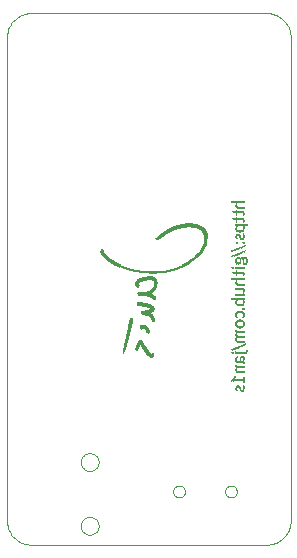
<source format=gbo>
G75*
G70*
%OFA0B0*%
%FSLAX24Y24*%
%IPPOS*%
%LPD*%
%AMOC8*
5,1,8,0,0,1.08239X$1,22.5*
%
%ADD10C,0.0000*%
%ADD11R,0.0003X0.0003*%
%ADD12R,0.0003X0.0008*%
%ADD13R,0.0003X0.0005*%
%ADD14R,0.0003X0.0015*%
%ADD15R,0.0003X0.0020*%
%ADD16R,0.0003X0.0010*%
%ADD17R,0.0003X0.0018*%
%ADD18R,0.0003X0.0067*%
%ADD19R,0.0003X0.0013*%
%ADD20R,0.0003X0.0045*%
%ADD21R,0.0003X0.0077*%
%ADD22R,0.0003X0.0030*%
%ADD23R,0.0003X0.0032*%
%ADD24R,0.0003X0.0022*%
%ADD25R,0.0003X0.0127*%
%ADD26R,0.0003X0.0140*%
%ADD27R,0.0003X0.0025*%
%ADD28R,0.0003X0.0043*%
%ADD29R,0.0003X0.0053*%
%ADD30R,0.0003X0.0088*%
%ADD31R,0.0003X0.0035*%
%ADD32R,0.0003X0.0055*%
%ADD33R,0.0003X0.0040*%
%ADD34R,0.0003X0.0080*%
%ADD35R,0.0003X0.0065*%
%ADD36R,0.0003X0.0090*%
%ADD37R,0.0003X0.0143*%
%ADD38R,0.0003X0.0248*%
%ADD39R,0.0003X0.0293*%
%ADD40R,0.0003X0.0257*%
%ADD41R,0.0003X0.0037*%
%ADD42R,0.0003X0.0262*%
%ADD43R,0.0003X0.0027*%
%ADD44R,0.0003X0.0280*%
%ADD45R,0.0003X0.0070*%
%ADD46R,0.0003X0.0440*%
%ADD47R,0.0003X0.0315*%
%ADD48R,0.0003X0.0085*%
%ADD49R,0.0003X0.0330*%
%ADD50R,0.0003X0.0323*%
%ADD51R,0.0003X0.0107*%
%ADD52R,0.0003X0.0057*%
%ADD53R,0.0003X0.0490*%
%ADD54R,0.0003X0.0360*%
%ADD55R,0.0003X0.0512*%
%ADD56R,0.0003X0.0390*%
%ADD57R,0.0003X0.0565*%
%ADD58R,0.0003X0.0325*%
%ADD59R,0.0003X0.0168*%
%ADD60R,0.0003X0.0307*%
%ADD61R,0.0003X0.0152*%
%ADD62R,0.0003X0.0272*%
%ADD63R,0.0003X0.0132*%
%ADD64R,0.0003X0.0147*%
%ADD65R,0.0003X0.0243*%
%ADD66R,0.0003X0.0125*%
%ADD67R,0.0003X0.0240*%
%ADD68R,0.0003X0.0130*%
%ADD69R,0.0003X0.0225*%
%ADD70R,0.0003X0.0083*%
%ADD71R,0.0003X0.0222*%
%ADD72R,0.0003X0.0217*%
%ADD73R,0.0003X0.0120*%
%ADD74R,0.0003X0.0215*%
%ADD75R,0.0003X0.0118*%
%ADD76R,0.0003X0.0205*%
%ADD77R,0.0003X0.0103*%
%ADD78R,0.0003X0.0210*%
%ADD79R,0.0003X0.0097*%
%ADD80R,0.0003X0.0198*%
%ADD81R,0.0003X0.0100*%
%ADD82R,0.0003X0.0190*%
%ADD83R,0.0003X0.0187*%
%ADD84R,0.0003X0.0192*%
%ADD85R,0.0003X0.0170*%
%ADD86R,0.0003X0.0173*%
%ADD87R,0.0003X0.0182*%
%ADD88R,0.0003X0.0180*%
%ADD89R,0.0003X0.0047*%
%ADD90R,0.0003X0.0165*%
%ADD91R,0.0003X0.0163*%
%ADD92R,0.0003X0.0160*%
%ADD93R,0.0003X0.0158*%
%ADD94R,0.0003X0.0155*%
%ADD95R,0.0003X0.0092*%
%ADD96R,0.0003X0.0150*%
%ADD97R,0.0003X0.0105*%
%ADD98R,0.0003X0.0115*%
%ADD99R,0.0003X0.0145*%
%ADD100R,0.0003X0.0138*%
%ADD101R,0.0003X0.0135*%
%ADD102R,0.0003X0.0075*%
%ADD103R,0.0003X0.0063*%
%ADD104R,0.0003X0.0060*%
%ADD105R,0.0003X0.0050*%
%ADD106R,0.0003X0.0123*%
%ADD107R,0.0003X0.0112*%
%ADD108R,0.0003X0.0110*%
%ADD109R,0.0003X0.0073*%
%ADD110R,0.0003X0.0095*%
%ADD111R,0.0003X0.0185*%
%ADD112R,0.0003X0.0208*%
%ADD113R,0.0003X0.0235*%
%ADD114R,0.0003X0.0260*%
%ADD115R,0.0003X0.0267*%
%ADD116R,0.0003X0.0283*%
%ADD117R,0.0003X0.0295*%
%ADD118R,0.0003X0.0302*%
%ADD119R,0.0003X0.0320*%
%ADD120R,0.0003X0.0333*%
%ADD121R,0.0003X0.0338*%
%ADD122R,0.0003X0.0343*%
%ADD123R,0.0003X0.0350*%
%ADD124R,0.0003X0.0355*%
%ADD125R,0.0003X0.0365*%
%ADD126R,0.0003X0.0370*%
%ADD127R,0.0003X0.0375*%
%ADD128R,0.0003X0.0380*%
%ADD129R,0.0003X0.0382*%
%ADD130R,0.0003X0.0393*%
%ADD131R,0.0003X0.0398*%
%ADD132R,0.0003X0.0403*%
%ADD133R,0.0003X0.0405*%
%ADD134R,0.0003X0.0415*%
%ADD135R,0.0003X0.0177*%
%ADD136R,0.0003X0.0175*%
%ADD137R,0.0003X0.0195*%
%ADD138R,0.0003X0.0200*%
%ADD139R,0.0003X0.0203*%
%ADD140R,0.0003X0.0213*%
%ADD141R,0.0003X0.0220*%
%ADD142R,0.0003X0.0227*%
%ADD143R,0.0003X0.0230*%
%ADD144R,0.0003X0.0232*%
%ADD145R,0.0003X0.0238*%
%ADD146R,0.0003X0.0245*%
%ADD147R,0.0003X0.0250*%
%ADD148R,0.0003X0.0253*%
%ADD149R,0.0003X0.0255*%
%ADD150R,0.0003X0.0305*%
%ADD151R,0.0003X0.0318*%
%ADD152R,0.0003X0.0328*%
%ADD153R,0.0003X0.0335*%
%ADD154R,0.0003X0.0340*%
%ADD155R,0.0003X0.0352*%
%ADD156R,0.0003X0.0387*%
%ADD157R,0.0003X0.0410*%
%ADD158R,0.0003X0.0413*%
%ADD159R,0.0003X0.0430*%
%ADD160R,0.0003X0.0432*%
%ADD161R,0.0003X0.0428*%
%ADD162R,0.0003X0.0420*%
%ADD163R,0.0003X0.0435*%
%ADD164R,0.0003X0.0425*%
%ADD165R,0.0003X0.0423*%
%ADD166R,0.0003X0.0418*%
%ADD167R,0.0003X0.0372*%
%ADD168R,0.0003X0.0362*%
%ADD169R,0.0003X0.0348*%
%ADD170R,0.0003X0.0345*%
%ADD171R,0.0003X0.0310*%
%ADD172R,0.0003X0.0300*%
%ADD173R,0.0003X0.0297*%
%ADD174R,0.0003X0.0285*%
%ADD175R,0.0003X0.0278*%
%ADD176R,0.0003X0.0265*%
%ADD177R,0.0010X0.0050*%
%ADD178R,0.0010X0.0040*%
%ADD179R,0.0010X0.0130*%
%ADD180R,0.0010X0.0070*%
%ADD181R,0.0010X0.0180*%
%ADD182R,0.0010X0.0080*%
%ADD183R,0.0010X0.0210*%
%ADD184R,0.0010X0.0090*%
%ADD185R,0.0010X0.0060*%
%ADD186R,0.0010X0.0010*%
%ADD187R,0.0010X0.0030*%
%ADD188R,0.0010X0.0020*%
%ADD189R,0.0010X0.0220*%
%ADD190R,0.0010X0.0100*%
%ADD191R,0.0010X0.0110*%
%ADD192R,0.0010X0.0120*%
%ADD193R,0.0010X0.0140*%
%ADD194R,0.0010X0.0150*%
%ADD195R,0.0010X0.0200*%
%ADD196R,0.0010X0.0170*%
%ADD197R,0.0010X0.0190*%
%ADD198R,0.0010X0.0160*%
D10*
X000944Y000912D02*
X008818Y000912D01*
X008818Y000913D02*
X008872Y000915D01*
X008925Y000920D01*
X008978Y000929D01*
X009030Y000942D01*
X009082Y000958D01*
X009132Y000978D01*
X009180Y001001D01*
X009227Y001028D01*
X009272Y001057D01*
X009315Y001090D01*
X009355Y001125D01*
X009393Y001163D01*
X009428Y001203D01*
X009461Y001246D01*
X009490Y001291D01*
X009517Y001338D01*
X009540Y001386D01*
X009560Y001436D01*
X009576Y001488D01*
X009589Y001540D01*
X009598Y001593D01*
X009603Y001646D01*
X009605Y001700D01*
X009605Y017842D01*
X009603Y017896D01*
X009598Y017949D01*
X009589Y018002D01*
X009576Y018054D01*
X009560Y018106D01*
X009540Y018156D01*
X009517Y018204D01*
X009490Y018251D01*
X009461Y018296D01*
X009428Y018339D01*
X009393Y018379D01*
X009355Y018417D01*
X009315Y018452D01*
X009272Y018485D01*
X009227Y018514D01*
X009180Y018541D01*
X009132Y018564D01*
X009082Y018584D01*
X009030Y018600D01*
X008978Y018613D01*
X008925Y018622D01*
X008872Y018627D01*
X008818Y018629D01*
X000944Y018629D01*
X000890Y018627D01*
X000837Y018622D01*
X000784Y018613D01*
X000732Y018600D01*
X000680Y018584D01*
X000630Y018564D01*
X000582Y018541D01*
X000535Y018514D01*
X000490Y018485D01*
X000447Y018452D01*
X000407Y018417D01*
X000369Y018379D01*
X000334Y018339D01*
X000301Y018296D01*
X000272Y018251D01*
X000245Y018204D01*
X000222Y018156D01*
X000202Y018106D01*
X000186Y018054D01*
X000173Y018002D01*
X000164Y017949D01*
X000159Y017896D01*
X000157Y017842D01*
X000156Y017842D02*
X000156Y001700D01*
X000157Y001700D02*
X000159Y001646D01*
X000164Y001593D01*
X000173Y001540D01*
X000186Y001488D01*
X000202Y001436D01*
X000222Y001386D01*
X000245Y001338D01*
X000272Y001291D01*
X000301Y001246D01*
X000334Y001203D01*
X000369Y001163D01*
X000407Y001125D01*
X000447Y001090D01*
X000490Y001057D01*
X000535Y001028D01*
X000582Y001001D01*
X000630Y000978D01*
X000680Y000958D01*
X000732Y000942D01*
X000784Y000929D01*
X000837Y000920D01*
X000890Y000915D01*
X000944Y000913D01*
X002617Y001542D02*
X002619Y001576D01*
X002625Y001610D01*
X002635Y001643D01*
X002648Y001674D01*
X002666Y001704D01*
X002686Y001732D01*
X002710Y001757D01*
X002736Y001779D01*
X002764Y001797D01*
X002795Y001813D01*
X002827Y001825D01*
X002861Y001833D01*
X002895Y001837D01*
X002929Y001837D01*
X002963Y001833D01*
X002997Y001825D01*
X003029Y001813D01*
X003059Y001797D01*
X003088Y001779D01*
X003114Y001757D01*
X003138Y001732D01*
X003158Y001704D01*
X003176Y001674D01*
X003189Y001643D01*
X003199Y001610D01*
X003205Y001576D01*
X003207Y001542D01*
X003205Y001508D01*
X003199Y001474D01*
X003189Y001441D01*
X003176Y001410D01*
X003158Y001380D01*
X003138Y001352D01*
X003114Y001327D01*
X003088Y001305D01*
X003060Y001287D01*
X003029Y001271D01*
X002997Y001259D01*
X002963Y001251D01*
X002929Y001247D01*
X002895Y001247D01*
X002861Y001251D01*
X002827Y001259D01*
X002795Y001271D01*
X002764Y001287D01*
X002736Y001305D01*
X002710Y001327D01*
X002686Y001352D01*
X002666Y001380D01*
X002648Y001410D01*
X002635Y001441D01*
X002625Y001474D01*
X002619Y001508D01*
X002617Y001542D01*
X002617Y003668D02*
X002619Y003702D01*
X002625Y003736D01*
X002635Y003769D01*
X002648Y003800D01*
X002666Y003830D01*
X002686Y003858D01*
X002710Y003883D01*
X002736Y003905D01*
X002764Y003923D01*
X002795Y003939D01*
X002827Y003951D01*
X002861Y003959D01*
X002895Y003963D01*
X002929Y003963D01*
X002963Y003959D01*
X002997Y003951D01*
X003029Y003939D01*
X003059Y003923D01*
X003088Y003905D01*
X003114Y003883D01*
X003138Y003858D01*
X003158Y003830D01*
X003176Y003800D01*
X003189Y003769D01*
X003199Y003736D01*
X003205Y003702D01*
X003207Y003668D01*
X003205Y003634D01*
X003199Y003600D01*
X003189Y003567D01*
X003176Y003536D01*
X003158Y003506D01*
X003138Y003478D01*
X003114Y003453D01*
X003088Y003431D01*
X003060Y003413D01*
X003029Y003397D01*
X002997Y003385D01*
X002963Y003377D01*
X002929Y003373D01*
X002895Y003373D01*
X002861Y003377D01*
X002827Y003385D01*
X002795Y003397D01*
X002764Y003413D01*
X002736Y003431D01*
X002710Y003453D01*
X002686Y003478D01*
X002666Y003506D01*
X002648Y003536D01*
X002635Y003567D01*
X002625Y003600D01*
X002619Y003634D01*
X002617Y003668D01*
X005688Y002684D02*
X005690Y002711D01*
X005696Y002738D01*
X005705Y002764D01*
X005718Y002788D01*
X005734Y002811D01*
X005753Y002830D01*
X005775Y002847D01*
X005799Y002861D01*
X005824Y002871D01*
X005851Y002878D01*
X005878Y002881D01*
X005906Y002880D01*
X005933Y002875D01*
X005959Y002867D01*
X005983Y002855D01*
X006006Y002839D01*
X006027Y002821D01*
X006044Y002800D01*
X006059Y002776D01*
X006070Y002751D01*
X006078Y002725D01*
X006082Y002698D01*
X006082Y002670D01*
X006078Y002643D01*
X006070Y002617D01*
X006059Y002592D01*
X006044Y002568D01*
X006027Y002547D01*
X006006Y002529D01*
X005984Y002513D01*
X005959Y002501D01*
X005933Y002493D01*
X005906Y002488D01*
X005878Y002487D01*
X005851Y002490D01*
X005824Y002497D01*
X005799Y002507D01*
X005775Y002521D01*
X005753Y002538D01*
X005734Y002557D01*
X005718Y002580D01*
X005705Y002604D01*
X005696Y002630D01*
X005690Y002657D01*
X005688Y002684D01*
X007420Y002684D02*
X007422Y002711D01*
X007428Y002738D01*
X007437Y002764D01*
X007450Y002788D01*
X007466Y002811D01*
X007485Y002830D01*
X007507Y002847D01*
X007531Y002861D01*
X007556Y002871D01*
X007583Y002878D01*
X007610Y002881D01*
X007638Y002880D01*
X007665Y002875D01*
X007691Y002867D01*
X007715Y002855D01*
X007738Y002839D01*
X007759Y002821D01*
X007776Y002800D01*
X007791Y002776D01*
X007802Y002751D01*
X007810Y002725D01*
X007814Y002698D01*
X007814Y002670D01*
X007810Y002643D01*
X007802Y002617D01*
X007791Y002592D01*
X007776Y002568D01*
X007759Y002547D01*
X007738Y002529D01*
X007716Y002513D01*
X007691Y002501D01*
X007665Y002493D01*
X007638Y002488D01*
X007610Y002487D01*
X007583Y002490D01*
X007556Y002497D01*
X007531Y002507D01*
X007507Y002521D01*
X007485Y002538D01*
X007466Y002557D01*
X007450Y002580D01*
X007437Y002604D01*
X007428Y002630D01*
X007422Y002657D01*
X007420Y002684D01*
D11*
X004913Y008029D03*
X004610Y008167D03*
X004365Y008369D03*
X004218Y007799D03*
X004200Y007729D03*
X004088Y007587D03*
X004053Y007414D03*
X004045Y007354D03*
X004045Y007287D03*
X004453Y007452D03*
X004510Y008952D03*
X004520Y008977D03*
X004538Y009227D03*
X004443Y009567D03*
X005163Y009707D03*
X005173Y009617D03*
X005125Y009137D03*
X005990Y010134D03*
X006000Y010139D03*
X006005Y010142D03*
X006008Y010144D03*
X006010Y010144D03*
X006010Y010152D03*
X006033Y010159D03*
X006035Y010159D03*
X006038Y010157D03*
X006040Y010157D03*
X006055Y010167D03*
X006055Y010172D03*
X006060Y010172D03*
X006063Y010179D03*
X006070Y010179D03*
X006073Y010179D03*
X006075Y010184D03*
X006080Y010189D03*
X006078Y010194D03*
X006088Y010194D03*
X006090Y010197D03*
X006093Y010202D03*
X006098Y010194D03*
X006103Y010197D03*
X006105Y010197D03*
X006088Y010189D03*
X006083Y010182D03*
X006048Y010174D03*
X006073Y010234D03*
X006065Y010252D03*
X006103Y010257D03*
X006108Y010232D03*
X006108Y010227D03*
X006100Y010217D03*
X006120Y010212D03*
X006123Y010209D03*
X006125Y010209D03*
X006125Y010217D03*
X006133Y010217D03*
X006135Y010219D03*
X006138Y010214D03*
X006140Y010217D03*
X006143Y010214D03*
X006135Y010212D03*
X006140Y010227D03*
X006138Y010229D03*
X006145Y010232D03*
X006150Y010234D03*
X006153Y010237D03*
X006155Y010242D03*
X006148Y010242D03*
X006135Y010249D03*
X006128Y010247D03*
X006128Y010234D03*
X006130Y010234D03*
X006130Y010229D03*
X006128Y010227D03*
X006148Y010222D03*
X006153Y010224D03*
X006163Y010237D03*
X006170Y010239D03*
X006170Y010244D03*
X006170Y010249D03*
X006175Y010249D03*
X006183Y010244D03*
X006188Y010244D03*
X006190Y010244D03*
X006188Y010252D03*
X006190Y010254D03*
X006193Y010252D03*
X006198Y010254D03*
X006200Y010257D03*
X006198Y010262D03*
X006200Y010267D03*
X006200Y010272D03*
X006205Y010264D03*
X006208Y010254D03*
X006218Y010262D03*
X006215Y010269D03*
X006218Y010274D03*
X006220Y010277D03*
X006223Y010277D03*
X006228Y010277D03*
X006230Y010279D03*
X006233Y010277D03*
X006235Y010279D03*
X006238Y010279D03*
X006235Y010274D03*
X006235Y010269D03*
X006233Y010264D03*
X006223Y010272D03*
X006218Y010279D03*
X006238Y010289D03*
X006238Y010294D03*
X006235Y010294D03*
X006235Y010299D03*
X006238Y010302D03*
X006238Y010307D03*
X006230Y010302D03*
X006240Y010297D03*
X006245Y010294D03*
X006248Y010292D03*
X006253Y010294D03*
X006258Y010297D03*
X006258Y010302D03*
X006255Y010304D03*
X006263Y010304D03*
X006265Y010304D03*
X006258Y010312D03*
X006253Y010312D03*
X006253Y010317D03*
X006253Y010322D03*
X006250Y010322D03*
X006248Y010312D03*
X006270Y010317D03*
X006275Y010309D03*
X006280Y010302D03*
X006283Y010302D03*
X006288Y010299D03*
X006293Y010319D03*
X006290Y010324D03*
X006293Y010327D03*
X006288Y010332D03*
X006288Y010337D03*
X006288Y010342D03*
X006290Y010342D03*
X006295Y010347D03*
X006300Y010344D03*
X006303Y010342D03*
X006305Y010344D03*
X006308Y010342D03*
X006315Y010334D03*
X006330Y010349D03*
X006328Y010354D03*
X006325Y010359D03*
X006323Y010364D03*
X006318Y010367D03*
X006320Y010377D03*
X006318Y010382D03*
X006318Y010387D03*
X006323Y010387D03*
X006333Y010379D03*
X006338Y010382D03*
X006338Y010387D03*
X006343Y010389D03*
X006348Y010389D03*
X006348Y010384D03*
X006358Y010384D03*
X006365Y010379D03*
X006375Y010387D03*
X006380Y010382D03*
X006388Y010399D03*
X006385Y010407D03*
X006390Y010409D03*
X006395Y010409D03*
X006398Y010407D03*
X006398Y010412D03*
X006400Y010412D03*
X006403Y010409D03*
X006410Y010407D03*
X006413Y010409D03*
X006415Y010402D03*
X006415Y010417D03*
X006410Y010417D03*
X006410Y010424D03*
X006408Y010424D03*
X006410Y010429D03*
X006413Y010429D03*
X006405Y010429D03*
X006395Y010419D03*
X006390Y010419D03*
X006385Y010417D03*
X006375Y010432D03*
X006375Y010437D03*
X006363Y010419D03*
X006353Y010414D03*
X006350Y010414D03*
X006350Y010409D03*
X006348Y010404D03*
X006345Y010402D03*
X006338Y010397D03*
X006335Y010394D03*
X006338Y010374D03*
X006343Y010374D03*
X006335Y010369D03*
X006338Y010362D03*
X006318Y010357D03*
X006308Y010362D03*
X006303Y010357D03*
X006298Y010364D03*
X006300Y010369D03*
X006300Y010374D03*
X006300Y010379D03*
X006305Y010372D03*
X006285Y010372D03*
X006278Y010377D03*
X006275Y010377D03*
X006275Y010372D03*
X006263Y010372D03*
X006260Y010367D03*
X006260Y010362D03*
X006250Y010362D03*
X006240Y010352D03*
X006233Y010349D03*
X006258Y010344D03*
X006260Y010337D03*
X006273Y010339D03*
X006275Y010334D03*
X006275Y010329D03*
X006280Y010337D03*
X006283Y010354D03*
X006285Y010354D03*
X006283Y010359D03*
X006290Y010357D03*
X006283Y010384D03*
X006290Y010387D03*
X006300Y010394D03*
X006305Y010402D03*
X006313Y010394D03*
X006338Y010419D03*
X006348Y010429D03*
X006370Y010404D03*
X006365Y010397D03*
X006360Y010394D03*
X006355Y010394D03*
X006360Y010367D03*
X006395Y010394D03*
X006398Y010399D03*
X006420Y010417D03*
X006428Y010427D03*
X006430Y010427D03*
X006428Y010432D03*
X006423Y010429D03*
X006425Y010439D03*
X006435Y010439D03*
X006435Y010434D03*
X006443Y010434D03*
X006443Y010439D03*
X006445Y010439D03*
X006448Y010437D03*
X006450Y010439D03*
X006455Y010439D03*
X006458Y010437D03*
X006458Y010444D03*
X006465Y010447D03*
X006463Y010452D03*
X006468Y010464D03*
X006475Y010467D03*
X006478Y010467D03*
X006480Y010467D03*
X006483Y010472D03*
X006485Y010469D03*
X006488Y010464D03*
X006483Y010462D03*
X006498Y010469D03*
X006500Y010472D03*
X006495Y010479D03*
X006498Y010484D03*
X006498Y010489D03*
X006500Y010489D03*
X006500Y010497D03*
X006500Y010502D03*
X006500Y010507D03*
X006503Y010507D03*
X006508Y010507D03*
X006508Y010502D03*
X006510Y010499D03*
X006513Y010499D03*
X006510Y010492D03*
X006513Y010489D03*
X006523Y010507D03*
X006518Y010509D03*
X006513Y010514D03*
X006508Y010519D03*
X006508Y010527D03*
X006510Y010527D03*
X006505Y010527D03*
X006503Y010527D03*
X006500Y010529D03*
X006500Y010534D03*
X006508Y010532D03*
X006518Y010537D03*
X006525Y010537D03*
X006530Y010532D03*
X006530Y010524D03*
X006528Y010524D03*
X006525Y010524D03*
X006520Y010527D03*
X006530Y010517D03*
X006538Y010522D03*
X006538Y010527D03*
X006545Y010529D03*
X006550Y010527D03*
X006555Y010517D03*
X006548Y010544D03*
X006550Y010549D03*
X006553Y010557D03*
X006558Y010557D03*
X006560Y010554D03*
X006565Y010559D03*
X006568Y010557D03*
X006568Y010562D03*
X006570Y010562D03*
X006568Y010567D03*
X006558Y010569D03*
X006555Y010562D03*
X006545Y010557D03*
X006540Y010562D03*
X006540Y010569D03*
X006523Y010567D03*
X006520Y010564D03*
X006518Y010564D03*
X006523Y010562D03*
X006523Y010557D03*
X006528Y010552D03*
X006528Y010547D03*
X006530Y010547D03*
X006533Y010549D03*
X006540Y010542D03*
X006510Y010547D03*
X006503Y010542D03*
X006495Y010547D03*
X006493Y010547D03*
X006493Y010542D03*
X006488Y010547D03*
X006503Y010554D03*
X006510Y010562D03*
X006510Y010567D03*
X006535Y010592D03*
X006578Y010589D03*
X006578Y010584D03*
X006578Y010579D03*
X006583Y010587D03*
X006593Y010577D03*
X006595Y010577D03*
X006590Y010574D03*
X006598Y010572D03*
X006608Y010569D03*
X006613Y010579D03*
X006615Y010579D03*
X006618Y010582D03*
X006605Y010582D03*
X006600Y010594D03*
X006615Y010597D03*
X006615Y010602D03*
X006620Y010597D03*
X006623Y010594D03*
X006628Y010599D03*
X006633Y010599D03*
X006633Y010604D03*
X006638Y010607D03*
X006643Y010609D03*
X006643Y010614D03*
X006640Y010619D03*
X006633Y010624D03*
X006658Y010629D03*
X006658Y010634D03*
X006670Y010639D03*
X006670Y010649D03*
X006670Y010654D03*
X006675Y010652D03*
X006678Y010654D03*
X006683Y010664D03*
X006678Y010674D03*
X006670Y010667D03*
X006693Y010689D03*
X006693Y010694D03*
X006693Y010699D03*
X006698Y010699D03*
X006700Y010702D03*
X006703Y010707D03*
X006705Y010707D03*
X006710Y010704D03*
X006708Y010714D03*
X006705Y010719D03*
X006700Y010717D03*
X006698Y010722D03*
X006690Y010719D03*
X006690Y010712D03*
X006693Y010707D03*
X006690Y010704D03*
X006685Y010727D03*
X006683Y010734D03*
X006675Y010754D03*
X006675Y010762D03*
X006673Y010774D03*
X006675Y010784D03*
X006685Y010794D03*
X006685Y010799D03*
X006690Y010809D03*
X006693Y010809D03*
X006693Y010814D03*
X006698Y010827D03*
X006700Y010829D03*
X006705Y010842D03*
X006710Y010807D03*
X006705Y010802D03*
X006713Y010799D03*
X006720Y010799D03*
X006720Y010794D03*
X006723Y010789D03*
X006725Y010789D03*
X006728Y010792D03*
X006730Y010794D03*
X006735Y010792D03*
X006733Y010787D03*
X006730Y010787D03*
X006728Y010784D03*
X006733Y010782D03*
X006735Y010784D03*
X006733Y010777D03*
X006730Y010772D03*
X006723Y010784D03*
X006718Y010782D03*
X006715Y010782D03*
X006713Y010782D03*
X006710Y010772D03*
X006713Y010769D03*
X006713Y010764D03*
X006708Y010764D03*
X006708Y010759D03*
X006708Y010754D03*
X006715Y010749D03*
X006718Y010744D03*
X006720Y010747D03*
X006718Y010739D03*
X006715Y010739D03*
X006713Y010739D03*
X006720Y010734D03*
X006720Y010729D03*
X006723Y010729D03*
X006725Y010724D03*
X006718Y010724D03*
X006715Y010724D03*
X006708Y010732D03*
X006705Y010732D03*
X006705Y010744D03*
X006735Y010749D03*
X006745Y010772D03*
X006750Y010782D03*
X006745Y010797D03*
X006748Y010799D03*
X006743Y010804D03*
X006740Y010812D03*
X006735Y010807D03*
X006733Y010804D03*
X006733Y010799D03*
X006720Y010804D03*
X006703Y010789D03*
X006685Y010769D03*
X006660Y010742D03*
X006755Y010807D03*
X006755Y010812D03*
X006753Y010814D03*
X006755Y010817D03*
X006758Y010819D03*
X006760Y010819D03*
X006768Y010819D03*
X006770Y010829D03*
X006770Y010834D03*
X006768Y010837D03*
X006770Y010839D03*
X006773Y010839D03*
X006775Y010837D03*
X006775Y010842D03*
X006778Y010844D03*
X006780Y010847D03*
X006783Y010852D03*
X006785Y010852D03*
X006783Y010859D03*
X006783Y010864D03*
X006785Y010867D03*
X006788Y010867D03*
X006788Y010862D03*
X006795Y010864D03*
X006800Y010867D03*
X006790Y010874D03*
X006780Y010874D03*
X006775Y010864D03*
X006760Y010862D03*
X006770Y010849D03*
X006753Y010842D03*
X006750Y010839D03*
X006803Y010879D03*
X006800Y010884D03*
X006803Y010887D03*
X006805Y010897D03*
X006808Y010899D03*
X006805Y010907D03*
X006803Y010907D03*
X006808Y010909D03*
X006810Y010912D03*
X006808Y010917D03*
X006805Y010919D03*
X006803Y010914D03*
X006798Y010912D03*
X006798Y010907D03*
X006795Y010899D03*
X006793Y010894D03*
X006795Y010919D03*
X006800Y010924D03*
X006810Y010929D03*
X006810Y010937D03*
X006803Y010937D03*
X006800Y010942D03*
X006803Y010949D03*
X006805Y010952D03*
X006810Y010952D03*
X006815Y010947D03*
X006813Y010944D03*
X006810Y010962D03*
X006810Y010969D03*
X006808Y010974D03*
X006813Y010977D03*
X006815Y010977D03*
X006820Y010982D03*
X006825Y010974D03*
X006805Y010979D03*
X006803Y010982D03*
X006803Y010987D03*
X006798Y010989D03*
X006810Y010997D03*
X006805Y011004D03*
X006815Y011007D03*
X006815Y011012D03*
X006810Y011019D03*
X006810Y011027D03*
X006805Y011032D03*
X006805Y011039D03*
X006808Y011039D03*
X006815Y011042D03*
X006818Y011044D03*
X006818Y011052D03*
X006818Y011057D03*
X006818Y011062D03*
X006825Y011057D03*
X006830Y011059D03*
X006830Y011067D03*
X006823Y011072D03*
X006818Y011074D03*
X006820Y011079D03*
X006818Y011084D03*
X006815Y011084D03*
X006825Y011089D03*
X006828Y011089D03*
X006828Y011094D03*
X006830Y011097D03*
X006833Y011097D03*
X006840Y011099D03*
X006825Y011112D03*
X006820Y011114D03*
X006820Y011109D03*
X006818Y011107D03*
X006820Y011102D03*
X006818Y011119D03*
X006825Y011127D03*
X006828Y011129D03*
X006830Y011134D03*
X006840Y011132D03*
X006840Y011139D03*
X006843Y011139D03*
X006845Y011139D03*
X006845Y011147D03*
X006848Y011147D03*
X006850Y011147D03*
X006840Y011147D03*
X006835Y011147D03*
X006828Y011152D03*
X006830Y011157D03*
X006835Y011162D03*
X006838Y011157D03*
X006840Y011169D03*
X006838Y011174D03*
X006830Y011179D03*
X006835Y011184D03*
X006838Y011184D03*
X006833Y011187D03*
X006840Y011192D03*
X006838Y011199D03*
X006838Y011204D03*
X006840Y011207D03*
X006845Y011199D03*
X006850Y011187D03*
X006840Y011217D03*
X006838Y011222D03*
X006840Y011224D03*
X006835Y011227D03*
X006838Y011232D03*
X006835Y011234D03*
X006838Y011237D03*
X006845Y011237D03*
X006843Y011229D03*
X006830Y011247D03*
X006830Y011252D03*
X006833Y011259D03*
X006830Y011267D03*
X006830Y011272D03*
X006825Y011279D03*
X006820Y011279D03*
X006825Y011284D03*
X006825Y011292D03*
X006823Y011297D03*
X006820Y011302D03*
X006813Y011299D03*
X006810Y011314D03*
X006808Y011337D03*
X006805Y011337D03*
X006800Y011344D03*
X006793Y011349D03*
X006793Y011357D03*
X006795Y011357D03*
X006780Y011369D03*
X006778Y011367D03*
X006775Y011369D03*
X006778Y011394D03*
X006805Y011244D03*
X006840Y011252D03*
X006823Y011154D03*
X006820Y011154D03*
X006820Y011149D03*
X006823Y011149D03*
X006825Y011144D03*
X006820Y011144D03*
X006835Y011119D03*
X006830Y011117D03*
X006810Y011069D03*
X006808Y011064D03*
X006808Y011059D03*
X006810Y011047D03*
X006795Y011039D03*
X006793Y011039D03*
X006803Y011024D03*
X006823Y011032D03*
X006828Y011032D03*
X006830Y011034D03*
X006828Y011037D03*
X006828Y011027D03*
X006825Y011027D03*
X006828Y011007D03*
X006820Y010999D03*
X006818Y011002D03*
X006830Y010994D03*
X006800Y010962D03*
X006793Y010959D03*
X006815Y010922D03*
X006813Y010919D03*
X006758Y011012D03*
X006760Y011027D03*
X006763Y011034D03*
X006760Y011069D03*
X006760Y011082D03*
X006833Y011047D03*
X006580Y010569D03*
X006580Y010564D03*
X006583Y010564D03*
X006588Y010562D03*
X006578Y010562D03*
X006578Y010557D03*
X006575Y010557D03*
X006575Y010552D03*
X006495Y010502D03*
X006485Y010499D03*
X006483Y010489D03*
X006478Y010489D03*
X006478Y010484D03*
X006480Y010484D03*
X006478Y010479D03*
X006473Y010477D03*
X006460Y010469D03*
X006453Y010469D03*
X006443Y010467D03*
X006445Y010449D03*
X006445Y010429D03*
X006448Y010427D03*
X006450Y010427D03*
X006458Y010429D03*
X006468Y010439D03*
X006403Y010472D03*
X006468Y010517D03*
X006485Y010519D03*
X006263Y010289D03*
X006190Y010259D03*
X006160Y010252D03*
X006150Y010302D03*
X006015Y010232D03*
D12*
X006073Y010194D03*
X006070Y010187D03*
X006068Y010187D03*
X006095Y010202D03*
X006098Y010202D03*
X006100Y010209D03*
X006103Y010209D03*
X006110Y010214D03*
X006103Y010219D03*
X006100Y010227D03*
X006113Y010237D03*
X006120Y010219D03*
X006128Y010219D03*
X006130Y010219D03*
X006133Y010237D03*
X006135Y010242D03*
X006163Y010244D03*
X006168Y010242D03*
X006180Y010249D03*
X006183Y010252D03*
X006188Y010262D03*
X006218Y010287D03*
X006233Y010284D03*
X006250Y010314D03*
X006255Y010322D03*
X006258Y010327D03*
X006263Y010324D03*
X006265Y010324D03*
X006270Y010329D03*
X006280Y010329D03*
X006278Y010339D03*
X006258Y010337D03*
X006240Y010327D03*
X006298Y010357D03*
X006303Y010364D03*
X006298Y010372D03*
X006303Y010377D03*
X006303Y010389D03*
X006308Y010392D03*
X006305Y010394D03*
X006313Y010387D03*
X006333Y010389D03*
X006343Y010382D03*
X006345Y010384D03*
X006335Y010402D03*
X006338Y010407D03*
X006343Y010409D03*
X006345Y010409D03*
X006348Y010412D03*
X006345Y010419D03*
X006348Y010422D03*
X006350Y010422D03*
X006360Y010434D03*
X006363Y010437D03*
X006365Y010427D03*
X006373Y010409D03*
X006375Y010407D03*
X006408Y010434D03*
X006418Y010432D03*
X006448Y010452D03*
X006450Y010452D03*
X006458Y010452D03*
X006443Y010459D03*
X006453Y010477D03*
X006468Y010509D03*
X006475Y010512D03*
X006470Y010524D03*
X006493Y010534D03*
X006503Y010534D03*
X006505Y010534D03*
X006515Y010539D03*
X006510Y010554D03*
X006505Y010557D03*
X006503Y010519D03*
X006510Y010517D03*
X006498Y010504D03*
X006490Y010502D03*
X006490Y010492D03*
X006495Y010489D03*
X006503Y010497D03*
X006543Y010569D03*
X006545Y010577D03*
X006550Y010577D03*
X006553Y010584D03*
X006558Y010579D03*
X006570Y010572D03*
X006560Y010562D03*
X006585Y010579D03*
X006588Y010577D03*
X006610Y010602D03*
X006638Y010614D03*
X006650Y010619D03*
X006680Y010662D03*
X006683Y010674D03*
X006690Y010679D03*
X006695Y010707D03*
X006698Y010707D03*
X006703Y010714D03*
X006688Y010717D03*
X006700Y010749D03*
X006703Y010772D03*
X006708Y010772D03*
X006708Y010782D03*
X006703Y010782D03*
X006695Y010787D03*
X006703Y010797D03*
X006690Y010799D03*
X006678Y010782D03*
X006655Y010747D03*
X006725Y010777D03*
X006728Y010807D03*
X006720Y010812D03*
X006738Y010804D03*
X006748Y010814D03*
X006765Y010834D03*
X006768Y010847D03*
X006770Y010862D03*
X006778Y010862D03*
X006783Y010874D03*
X006793Y010887D03*
X006798Y010884D03*
X006798Y010894D03*
X006788Y010892D03*
X006783Y010907D03*
X006803Y010929D03*
X006800Y010934D03*
X006790Y010949D03*
X006790Y010972D03*
X006803Y010994D03*
X006808Y011007D03*
X006810Y011007D03*
X006813Y011007D03*
X006803Y011017D03*
X006795Y011032D03*
X006800Y011039D03*
X006788Y011039D03*
X006800Y011052D03*
X006815Y011054D03*
X006813Y011037D03*
X006805Y011077D03*
X006818Y011099D03*
X006830Y011107D03*
X006825Y011119D03*
X006823Y011122D03*
X006815Y011124D03*
X006815Y011114D03*
X006825Y011152D03*
X006828Y011159D03*
X006833Y011157D03*
X006838Y011167D03*
X006825Y011169D03*
X006805Y011154D03*
X006838Y011192D03*
X006848Y011199D03*
X006838Y011212D03*
X006838Y011259D03*
X006835Y011262D03*
X006830Y011259D03*
X006825Y011264D03*
X006813Y011324D03*
X006810Y011324D03*
X006810Y011337D03*
X006760Y011034D03*
X006545Y010589D03*
X006328Y010402D03*
X006108Y010277D03*
X005090Y009599D03*
X004540Y009227D03*
X004913Y008014D03*
X005133Y011092D03*
X005140Y011094D03*
X005148Y011099D03*
X005150Y011099D03*
X005153Y011099D03*
D13*
X005145Y011098D03*
X005143Y011095D03*
X004440Y009598D03*
X004643Y008638D03*
X004608Y008125D03*
X004343Y008285D03*
X004255Y008380D03*
X004215Y008173D03*
X004075Y007533D03*
X004043Y007328D03*
X004453Y007405D03*
X004450Y007423D03*
X004543Y007433D03*
X004913Y007998D03*
X005058Y008708D03*
X005073Y008745D03*
X005133Y009103D03*
X005123Y009138D03*
X005973Y010128D03*
X006025Y010153D03*
X006038Y010163D03*
X006048Y010168D03*
X006058Y010173D03*
X006065Y010175D03*
X006068Y010178D03*
X006065Y010183D03*
X006073Y010185D03*
X006085Y010185D03*
X006083Y010198D03*
X006088Y010200D03*
X006100Y010200D03*
X006113Y010215D03*
X006123Y010220D03*
X006130Y010240D03*
X006148Y010235D03*
X006158Y010245D03*
X006160Y010243D03*
X006168Y010255D03*
X006175Y010260D03*
X006178Y010258D03*
X006195Y010263D03*
X006195Y010253D03*
X006210Y010265D03*
X006213Y010270D03*
X006223Y010283D03*
X006230Y010290D03*
X006235Y010285D03*
X006240Y010290D03*
X006243Y010293D03*
X006245Y010300D03*
X006248Y010300D03*
X006250Y010303D03*
X006245Y010310D03*
X006245Y010320D03*
X006253Y010328D03*
X006263Y010333D03*
X006268Y010335D03*
X006270Y010338D03*
X006275Y010343D03*
X006273Y010345D03*
X006285Y010345D03*
X006285Y010335D03*
X006298Y010348D03*
X006288Y010358D03*
X006300Y010363D03*
X006318Y010375D03*
X006323Y010380D03*
X006320Y010383D03*
X006328Y010388D03*
X006335Y010388D03*
X006343Y010395D03*
X006340Y010403D03*
X006328Y010410D03*
X006325Y010403D03*
X006318Y010403D03*
X006315Y010398D03*
X006310Y010393D03*
X006300Y010388D03*
X006293Y010390D03*
X006280Y010375D03*
X006278Y010370D03*
X006270Y010373D03*
X006258Y010363D03*
X006258Y010318D03*
X006265Y010315D03*
X006268Y010315D03*
X006233Y010300D03*
X006140Y010295D03*
X006100Y010265D03*
X006085Y010265D03*
X006105Y010248D03*
X006165Y010228D03*
X006043Y010183D03*
X006353Y010395D03*
X006358Y010403D03*
X006365Y010418D03*
X006368Y010425D03*
X006363Y010428D03*
X006355Y010428D03*
X006375Y010423D03*
X006375Y010415D03*
X006388Y010408D03*
X006385Y010400D03*
X006390Y010395D03*
X006378Y010400D03*
X006373Y010380D03*
X006405Y010408D03*
X006403Y010430D03*
X006425Y010433D03*
X006430Y010438D03*
X006438Y010440D03*
X006443Y010450D03*
X006450Y010460D03*
X006455Y010463D03*
X006458Y010463D03*
X006460Y010460D03*
X006463Y010460D03*
X006465Y010460D03*
X006465Y010453D03*
X006473Y010458D03*
X006473Y010468D03*
X006475Y010473D03*
X006473Y010483D03*
X006483Y010483D03*
X006488Y010483D03*
X006490Y010480D03*
X006503Y010480D03*
X006505Y010488D03*
X006505Y010498D03*
X006513Y010508D03*
X006523Y010523D03*
X006523Y010533D03*
X006515Y010530D03*
X006510Y010533D03*
X006513Y010538D03*
X006513Y010548D03*
X006505Y010548D03*
X006503Y010548D03*
X006500Y010553D03*
X006495Y010553D03*
X006508Y010558D03*
X006518Y010570D03*
X006520Y010570D03*
X006523Y010573D03*
X006533Y010585D03*
X006550Y010585D03*
X006553Y010575D03*
X006553Y010568D03*
X006555Y010568D03*
X006550Y010568D03*
X006548Y010565D03*
X006545Y010568D03*
X006543Y010558D03*
X006540Y010553D03*
X006535Y010558D03*
X006535Y010548D03*
X006525Y010543D03*
X006533Y010533D03*
X006535Y010533D03*
X006533Y010525D03*
X006555Y010548D03*
X006550Y010558D03*
X006558Y010563D03*
X006563Y010560D03*
X006578Y010570D03*
X006575Y010575D03*
X006585Y010570D03*
X006588Y010585D03*
X006598Y010580D03*
X006600Y010585D03*
X006610Y010593D03*
X006620Y010603D03*
X006618Y010605D03*
X006623Y010610D03*
X006628Y010608D03*
X006648Y010620D03*
X006648Y010628D03*
X006658Y010640D03*
X006665Y010645D03*
X006670Y010660D03*
X006678Y010660D03*
X006678Y010668D03*
X006698Y010683D03*
X006688Y010708D03*
X006693Y010715D03*
X006685Y010720D03*
X006690Y010725D03*
X006688Y010728D03*
X006685Y010735D03*
X006695Y010738D03*
X006698Y010735D03*
X006700Y010735D03*
X006705Y010738D03*
X006708Y010738D03*
X006710Y010735D03*
X006708Y010745D03*
X006690Y010750D03*
X006700Y010770D03*
X006710Y010780D03*
X006718Y010775D03*
X006723Y010765D03*
X006718Y010763D03*
X006730Y010778D03*
X006718Y010788D03*
X006708Y010790D03*
X006695Y010795D03*
X006698Y010818D03*
X006710Y010813D03*
X006728Y010798D03*
X006745Y010813D03*
X006750Y010813D03*
X006755Y010825D03*
X006765Y010823D03*
X006768Y010825D03*
X006773Y010830D03*
X006775Y010825D03*
X006773Y010845D03*
X006765Y010845D03*
X006753Y010848D03*
X006755Y010835D03*
X006780Y010855D03*
X006793Y010858D03*
X006793Y010873D03*
X006795Y010878D03*
X006795Y010885D03*
X006788Y010883D03*
X006780Y010880D03*
X006780Y010888D03*
X006795Y010893D03*
X006800Y010893D03*
X006800Y010913D03*
X006798Y010918D03*
X006803Y010920D03*
X006808Y010928D03*
X006808Y010935D03*
X006805Y010938D03*
X006803Y010943D03*
X006810Y010943D03*
X006813Y010938D03*
X006808Y010955D03*
X006803Y010955D03*
X006805Y010960D03*
X006803Y010965D03*
X006800Y010968D03*
X006803Y010973D03*
X006805Y010973D03*
X006810Y010978D03*
X006808Y010983D03*
X006815Y010985D03*
X006813Y010970D03*
X006808Y010965D03*
X006790Y010958D03*
X006783Y010940D03*
X006795Y010985D03*
X006803Y011008D03*
X006815Y011025D03*
X006823Y011043D03*
X006823Y011058D03*
X006820Y011058D03*
X006815Y011063D03*
X006810Y011063D03*
X006805Y011068D03*
X006810Y011075D03*
X006815Y011073D03*
X006810Y011083D03*
X006803Y011078D03*
X006820Y011095D03*
X006823Y011093D03*
X006823Y011100D03*
X006818Y011113D03*
X006820Y011125D03*
X006825Y011138D03*
X006828Y011140D03*
X006830Y011140D03*
X006838Y011138D03*
X006818Y011145D03*
X006823Y011160D03*
X006825Y011160D03*
X006830Y011165D03*
X006833Y011165D03*
X006835Y011173D03*
X006830Y011173D03*
X006835Y011210D03*
X006835Y011218D03*
X006825Y011228D03*
X006833Y011235D03*
X006835Y011240D03*
X006838Y011248D03*
X006833Y011250D03*
X006825Y011253D03*
X006825Y011273D03*
X006828Y011273D03*
X006820Y011285D03*
X006815Y011288D03*
X006815Y011280D03*
X006818Y011295D03*
X006818Y011303D03*
X006815Y011308D03*
X006813Y011305D03*
X006813Y011313D03*
X006808Y011325D03*
X006805Y011330D03*
X006790Y011348D03*
X006793Y011363D03*
X006753Y011428D03*
X006840Y011233D03*
X006835Y011113D03*
X006785Y010873D03*
X006775Y010870D03*
X006698Y010728D03*
X006678Y010718D03*
X006548Y010603D03*
X006545Y010598D03*
X006478Y010535D03*
X006498Y010518D03*
X006495Y010510D03*
X006475Y010503D03*
X006460Y010475D03*
X006458Y010470D03*
X006455Y010470D03*
X006455Y010478D03*
X006445Y010473D03*
X006435Y010428D03*
X006428Y010420D03*
X006425Y010420D03*
D14*
X006428Y010443D03*
X006468Y010495D03*
X006488Y010495D03*
X006523Y010545D03*
X006515Y010553D03*
X006548Y010578D03*
X006563Y010580D03*
X006568Y010580D03*
X006675Y010665D03*
X006673Y010678D03*
X006683Y010723D03*
X006683Y010745D03*
X006705Y010758D03*
X006700Y010800D03*
X006695Y010808D03*
X006700Y010818D03*
X006705Y010828D03*
X006750Y010828D03*
X006795Y010953D03*
X006795Y010973D03*
X006798Y011055D03*
X006805Y011055D03*
X006828Y011105D03*
X006833Y011108D03*
X006823Y011138D03*
X006830Y011193D03*
X006835Y011195D03*
X006825Y011240D03*
X006823Y011265D03*
X006783Y011358D03*
X006720Y011458D03*
X006340Y010415D03*
X006263Y010360D03*
X006260Y010348D03*
X006240Y010340D03*
X006220Y010290D03*
X006123Y010233D03*
X006118Y010240D03*
X006110Y010230D03*
X006108Y010210D03*
X006083Y010210D03*
X006070Y010200D03*
X006043Y010170D03*
X005203Y011080D03*
X005200Y011080D03*
X005195Y011078D03*
X005193Y011075D03*
X005205Y011085D03*
X005173Y011060D03*
X004645Y008640D03*
D15*
X005180Y011065D03*
X005215Y011098D03*
X005223Y011103D03*
X005225Y011105D03*
X006073Y010248D03*
X006088Y010258D03*
X006103Y010243D03*
X006095Y010218D03*
X006210Y010280D03*
X006230Y010335D03*
X006270Y010358D03*
X006275Y010358D03*
X006278Y010355D03*
X006290Y010373D03*
X006360Y010418D03*
X006438Y010455D03*
X006460Y010490D03*
X006455Y010505D03*
X006460Y010513D03*
X006493Y010518D03*
X006518Y010550D03*
X006540Y010588D03*
X006550Y010600D03*
X006553Y010600D03*
X006685Y010705D03*
X006693Y010795D03*
X006703Y010813D03*
X006768Y010865D03*
X006783Y010890D03*
X006795Y010933D03*
X006788Y011055D03*
X006800Y011068D03*
X006813Y011060D03*
X006830Y011213D03*
X006833Y011213D03*
X006820Y011263D03*
X006778Y011380D03*
X006780Y011383D03*
D16*
X006790Y011365D03*
X006810Y011305D03*
X006815Y011298D03*
X006828Y011260D03*
X006833Y011195D03*
X006823Y011170D03*
X006820Y011135D03*
X006825Y011100D03*
X006808Y011073D03*
X006803Y011068D03*
X006803Y011055D03*
X006793Y011060D03*
X006793Y011048D03*
X006798Y011040D03*
X006808Y011030D03*
X006805Y011020D03*
X006808Y011018D03*
X006820Y011048D03*
X006790Y011073D03*
X006800Y010953D03*
X006805Y010928D03*
X006795Y010910D03*
X006793Y010908D03*
X006800Y010903D03*
X006803Y010898D03*
X006780Y010898D03*
X006773Y010870D03*
X006780Y010865D03*
X006755Y010850D03*
X006703Y010830D03*
X006713Y010790D03*
X006700Y010760D03*
X006690Y010735D03*
X006693Y010730D03*
X006695Y010695D03*
X006703Y010695D03*
X006675Y010695D03*
X006673Y010663D03*
X006618Y010595D03*
X006583Y010578D03*
X006580Y010578D03*
X006555Y010578D03*
X006548Y010593D03*
X006515Y010568D03*
X006525Y010553D03*
X006500Y010543D03*
X006500Y010520D03*
X006468Y010525D03*
X006455Y010488D03*
X006453Y010488D03*
X006468Y010480D03*
X006470Y010473D03*
X006453Y010458D03*
X006453Y010445D03*
X006375Y010445D03*
X006370Y010438D03*
X006365Y010438D03*
X006358Y010425D03*
X006353Y010428D03*
X006358Y010413D03*
X006363Y010410D03*
X006365Y010408D03*
X006353Y010405D03*
X006335Y010413D03*
X006323Y010403D03*
X006325Y010390D03*
X006310Y010380D03*
X006305Y010383D03*
X006295Y010368D03*
X006285Y010363D03*
X006295Y010355D03*
X006300Y010353D03*
X006305Y010363D03*
X006285Y010380D03*
X006258Y010353D03*
X006263Y010343D03*
X006265Y010335D03*
X006268Y010325D03*
X006238Y010318D03*
X006240Y010310D03*
X006203Y010328D03*
X006185Y010273D03*
X006185Y010260D03*
X006180Y010260D03*
X006125Y010243D03*
X006123Y010255D03*
X006103Y010268D03*
X006105Y010273D03*
X006105Y010238D03*
X006113Y010225D03*
X006125Y010228D03*
X006068Y010198D03*
X006063Y010188D03*
X006670Y010768D03*
X006718Y011460D03*
X005073Y008763D03*
X004535Y009255D03*
D17*
X004575Y009529D03*
X005175Y011064D03*
X005178Y011064D03*
X005185Y011074D03*
X005188Y011074D03*
X005190Y011074D03*
X005198Y011079D03*
X005213Y011092D03*
X006040Y010169D03*
X006105Y010209D03*
X006230Y010314D03*
X006243Y010307D03*
X006283Y010372D03*
X006295Y010384D03*
X006298Y010387D03*
X006308Y010377D03*
X006333Y010407D03*
X006370Y010422D03*
X006385Y010429D03*
X006390Y010432D03*
X006390Y010452D03*
X006440Y010447D03*
X006440Y010467D03*
X006475Y010489D03*
X006493Y010487D03*
X006475Y010527D03*
X006480Y010529D03*
X006508Y010544D03*
X006538Y010549D03*
X006593Y010589D03*
X006688Y010742D03*
X006698Y010754D03*
X006703Y010757D03*
X006685Y010782D03*
X006710Y010794D03*
X006753Y010829D03*
X006785Y010917D03*
X006793Y010974D03*
X006798Y010974D03*
X006793Y011027D03*
X006818Y011132D03*
X006830Y011234D03*
X006800Y011234D03*
X006808Y011312D03*
X006788Y011367D03*
X006783Y011377D03*
X004453Y007427D03*
X004050Y007384D03*
X004043Y007292D03*
D18*
X004545Y009257D03*
X004558Y009532D03*
X005120Y009109D03*
X006090Y010234D03*
X006665Y010684D03*
X006803Y011117D03*
X006828Y011219D03*
X003298Y010682D03*
D19*
X004578Y009527D03*
X005130Y009107D03*
X006053Y010169D03*
X006095Y010237D03*
X006105Y010259D03*
X006138Y010247D03*
X006165Y010252D03*
X006193Y010269D03*
X006228Y010289D03*
X006203Y010314D03*
X006255Y010334D03*
X006260Y010322D03*
X006273Y010329D03*
X006283Y010342D03*
X006313Y010372D03*
X006320Y010397D03*
X006340Y010384D03*
X006343Y010422D03*
X006368Y010414D03*
X006368Y010437D03*
X006385Y010447D03*
X006405Y010444D03*
X006445Y010459D03*
X006448Y010464D03*
X006450Y010472D03*
X006458Y010487D03*
X006473Y010494D03*
X006485Y010489D03*
X006485Y010509D03*
X006520Y010539D03*
X006520Y010554D03*
X006513Y010559D03*
X006560Y010617D03*
X006595Y010587D03*
X006633Y010614D03*
X006655Y010629D03*
X006675Y010682D03*
X006683Y010687D03*
X006690Y010694D03*
X006683Y010702D03*
X006695Y010719D03*
X006668Y010747D03*
X006660Y010752D03*
X006668Y010762D03*
X006675Y010772D03*
X006698Y010774D03*
X006705Y010774D03*
X006715Y010772D03*
X006700Y010784D03*
X006705Y010792D03*
X006715Y010794D03*
X006705Y010812D03*
X006785Y010934D03*
X006800Y010982D03*
X006805Y010989D03*
X006803Y011042D03*
X006793Y011079D03*
X006815Y011097D03*
X006815Y011139D03*
X006828Y011172D03*
X006763Y011044D03*
X006775Y011379D03*
X006775Y011394D03*
X006455Y010449D03*
X006118Y010219D03*
X005210Y011087D03*
X005208Y011087D03*
X005183Y011072D03*
X005138Y011092D03*
X005135Y011092D03*
D20*
X005163Y011115D03*
X005165Y011118D03*
X005168Y011118D03*
X005205Y011145D03*
X004443Y009600D03*
X005125Y009103D03*
X006083Y010243D03*
X006130Y010268D03*
X006193Y010303D03*
X006228Y010320D03*
X006235Y010325D03*
X006388Y010435D03*
X006400Y010443D03*
X006413Y010458D03*
X006725Y010865D03*
X006825Y011200D03*
X003293Y010685D03*
D21*
X004553Y009259D03*
X004655Y008644D03*
X004620Y008147D03*
X004905Y008024D03*
X005063Y008762D03*
X004460Y007424D03*
X006008Y010189D03*
X006013Y010189D03*
X006808Y011194D03*
X006823Y011217D03*
X006805Y011287D03*
D22*
X006820Y011233D03*
X006795Y011008D03*
X006793Y011000D03*
X006790Y010928D03*
X006723Y010808D03*
X006688Y010688D03*
X006680Y010683D03*
X006563Y010608D03*
X006558Y010603D03*
X006555Y010600D03*
X006488Y010528D03*
X006473Y010518D03*
X006480Y010503D03*
X006438Y010485D03*
X006280Y010355D03*
X006183Y010303D03*
X006073Y010215D03*
D23*
X006075Y010204D03*
X006060Y010192D03*
X006243Y010334D03*
X006253Y010349D03*
X006373Y010432D03*
X006403Y010452D03*
X006445Y010494D03*
X006490Y010529D03*
X006560Y010592D03*
X006710Y010834D03*
X006760Y010842D03*
X006800Y011007D03*
X006798Y011009D03*
X006820Y011199D03*
X006773Y011389D03*
X005128Y009099D03*
X004648Y008642D03*
D24*
X004610Y008129D03*
X004573Y009529D03*
X005218Y011099D03*
X005220Y011102D03*
X006080Y010204D03*
X006098Y010219D03*
X006168Y010272D03*
X006183Y010269D03*
X006195Y010279D03*
X006255Y010354D03*
X006288Y010377D03*
X006315Y010379D03*
X006355Y010412D03*
X006405Y010464D03*
X006453Y010507D03*
X006485Y010534D03*
X006525Y010572D03*
X006535Y010574D03*
X006590Y010644D03*
X006635Y010614D03*
X006678Y010764D03*
X006770Y010882D03*
X006783Y010924D03*
X006788Y010949D03*
X006798Y011077D03*
X006820Y011169D03*
X003290Y010679D03*
D25*
X003308Y010679D03*
X003470Y010489D03*
X003473Y010487D03*
X003478Y010482D03*
X003480Y010479D03*
X003483Y010477D03*
X003488Y010472D03*
X003493Y010467D03*
X003498Y010464D03*
X004543Y009684D03*
X004750Y009259D03*
X004753Y009259D03*
X004755Y009259D03*
X004758Y009259D03*
X004760Y009259D03*
X004578Y008944D03*
X004575Y008944D03*
X004555Y008949D03*
X004553Y008949D03*
X004550Y008949D03*
X004548Y008949D03*
X004545Y008949D03*
X004688Y008647D03*
X004908Y008869D03*
X004910Y008869D03*
X004913Y008869D03*
X004928Y008862D03*
X004930Y008862D03*
X004935Y008859D03*
X005070Y009149D03*
X005073Y009147D03*
X005068Y009152D03*
X005083Y009139D03*
X005005Y009374D03*
X005010Y009377D03*
X005013Y009379D03*
X004760Y008159D03*
X004775Y008152D03*
X004780Y008149D03*
X004783Y008149D03*
X004898Y008029D03*
X004950Y007222D03*
X004953Y007222D03*
X004955Y007219D03*
X004958Y007219D03*
X005008Y007214D03*
X004480Y007447D03*
X006548Y011504D03*
X006550Y011504D03*
X006565Y011497D03*
X006570Y011494D03*
X006575Y011492D03*
X006580Y011489D03*
X006583Y011489D03*
X006585Y011487D03*
X006588Y011487D03*
X006818Y011214D03*
X006815Y011212D03*
X006780Y010969D03*
X006773Y010944D03*
D26*
X006748Y010890D03*
X006813Y011225D03*
X006635Y011460D03*
X006630Y011463D03*
X006628Y011463D03*
X005070Y009753D03*
X005065Y009438D03*
X005063Y009430D03*
X005050Y009418D03*
X004805Y009260D03*
X004803Y009260D03*
X004800Y009260D03*
X004798Y009260D03*
X004795Y009260D03*
X004793Y009260D03*
X004790Y009260D03*
X004960Y008840D03*
X004935Y008555D03*
X004940Y008553D03*
X004955Y008543D03*
X004958Y008540D03*
X004960Y008538D03*
X004713Y008645D03*
X004808Y008130D03*
X004893Y008035D03*
X004930Y007235D03*
X005023Y007230D03*
X005043Y007243D03*
X004343Y008365D03*
X003435Y010523D03*
X003433Y010525D03*
X003313Y010675D03*
D27*
X004538Y009260D03*
X006050Y010183D03*
X006093Y010255D03*
X006095Y010258D03*
X006123Y010275D03*
X006168Y010298D03*
X006198Y010278D03*
X006205Y010323D03*
X006238Y010338D03*
X006330Y010395D03*
X006440Y010490D03*
X006458Y010508D03*
X006495Y010530D03*
X006533Y010568D03*
X006528Y010573D03*
X006678Y010738D03*
X006685Y010753D03*
X006698Y010800D03*
X006785Y010893D03*
X006810Y011100D03*
X006808Y011135D03*
X006813Y011140D03*
D28*
X006813Y011104D03*
X006758Y010849D03*
X006745Y010839D03*
X006693Y010762D03*
X006673Y010749D03*
X006463Y010502D03*
X006410Y010457D03*
X006395Y010444D03*
X006393Y010444D03*
X006210Y010314D03*
X006203Y010284D03*
X006138Y010277D03*
X006135Y010274D03*
X006060Y010232D03*
X005208Y011147D03*
X005193Y011134D03*
X005190Y011134D03*
X005188Y011134D03*
X005160Y011114D03*
X005068Y007237D03*
D29*
X005068Y008762D03*
X006150Y010272D03*
X006158Y010279D03*
X006423Y010464D03*
X006430Y010469D03*
X006465Y010499D03*
X006723Y010852D03*
X006810Y011269D03*
X005173Y011122D03*
D30*
X005253Y009994D03*
X005255Y009994D03*
X005268Y009994D03*
X005285Y009997D03*
X005288Y009997D03*
X005323Y009999D03*
X005325Y009999D03*
X005328Y009999D03*
X005330Y009999D03*
X005370Y010007D03*
X005373Y010007D03*
X005375Y010007D03*
X005378Y010007D03*
X005380Y010007D03*
X005383Y010007D03*
X005385Y010007D03*
X005408Y010009D03*
X005410Y010009D03*
X005413Y010009D03*
X005415Y010012D03*
X005425Y010012D03*
X005428Y010012D03*
X005430Y010012D03*
X005433Y010012D03*
X005435Y010012D03*
X005438Y010012D03*
X005440Y010012D03*
X005485Y010022D03*
X005488Y010022D03*
X005490Y010022D03*
X005498Y010024D03*
X005500Y010024D03*
X005503Y010024D03*
X005505Y010027D03*
X005513Y010024D03*
X005538Y010029D03*
X005540Y010032D03*
X005543Y010032D03*
X005545Y010032D03*
X005563Y010037D03*
X005565Y010037D03*
X005568Y010037D03*
X005570Y010037D03*
X005573Y010037D03*
X005603Y010044D03*
X005615Y010049D03*
X005625Y010049D03*
X005628Y010049D03*
X005633Y010052D03*
X005655Y010057D03*
X005658Y010059D03*
X005660Y010059D03*
X005663Y010059D03*
X005665Y010059D03*
X005668Y010062D03*
X005670Y010062D03*
X005675Y010064D03*
X005678Y010064D03*
X005680Y010064D03*
X005683Y010064D03*
X005685Y010064D03*
X005690Y010067D03*
X005693Y010069D03*
X005695Y010069D03*
X005698Y010069D03*
X005700Y010069D03*
X005703Y010069D03*
X005710Y010074D03*
X005713Y010074D03*
X005718Y010077D03*
X005720Y010077D03*
X005723Y010077D03*
X005725Y010077D03*
X005728Y010077D03*
X005748Y010084D03*
X005750Y010084D03*
X005753Y010084D03*
X005755Y010084D03*
X005768Y010092D03*
X005770Y010092D03*
X005785Y010097D03*
X005788Y010097D03*
X005795Y010099D03*
X005800Y010102D03*
X005805Y010104D03*
X005808Y010104D03*
X005810Y010104D03*
X005813Y010104D03*
X005825Y010112D03*
X005835Y010114D03*
X005838Y010114D03*
X005853Y010119D03*
X005860Y010124D03*
X005865Y010127D03*
X005873Y010129D03*
X005875Y010129D03*
X005878Y010129D03*
X005880Y010129D03*
X005908Y010142D03*
X005910Y010144D03*
X005918Y010147D03*
X005920Y010147D03*
X005945Y010157D03*
X005968Y010167D03*
X005970Y010169D03*
X005975Y010172D03*
X005978Y010172D03*
X005980Y010174D03*
X005985Y010177D03*
X005995Y010182D03*
X006003Y010187D03*
X006620Y010652D03*
X006633Y010672D03*
X006635Y010674D03*
X006790Y011022D03*
X006803Y011197D03*
X006810Y011197D03*
X005233Y009992D03*
X005228Y009989D03*
X005225Y009989D03*
X005223Y009989D03*
X005220Y009989D03*
X005218Y009989D03*
X005215Y009989D03*
X005213Y009989D03*
X005208Y009989D03*
X005205Y009989D03*
X005200Y009989D03*
X005198Y009989D03*
X005195Y009989D03*
X005178Y009989D03*
X005175Y009989D03*
X005173Y009989D03*
X005170Y009989D03*
X005155Y009987D03*
X005153Y009987D03*
X005143Y009987D03*
X005140Y009987D03*
X005138Y009987D03*
X005135Y009987D03*
X005125Y009987D03*
X005123Y009987D03*
X005120Y009987D03*
X005105Y009987D03*
X005080Y009984D03*
X005078Y009984D03*
X005075Y009984D03*
X005070Y009987D03*
X005068Y009987D03*
X005065Y009987D03*
X005060Y009984D03*
X005058Y009984D03*
X005055Y009984D03*
X005053Y009984D03*
X005050Y009984D03*
X005048Y009984D03*
X005045Y009984D03*
X005043Y009984D03*
X005040Y009984D03*
X005038Y009984D03*
X005035Y009984D03*
X005023Y009984D03*
X005020Y009984D03*
X005018Y009984D03*
X005015Y009984D03*
X005013Y009984D03*
X005010Y009984D03*
X005008Y009984D03*
X004990Y009984D03*
X004988Y009984D03*
X004978Y009984D03*
X004975Y009984D03*
X004973Y009984D03*
X004960Y009989D03*
X004958Y009989D03*
X004955Y009987D03*
X004950Y009987D03*
X004948Y009987D03*
X004945Y009987D03*
X004943Y009987D03*
X004940Y009987D03*
X004938Y009987D03*
X004935Y009987D03*
X004933Y009987D03*
X004928Y009987D03*
X004925Y009987D03*
X004923Y009987D03*
X004920Y009987D03*
X004918Y009987D03*
X004915Y009987D03*
X004913Y009987D03*
X004910Y009987D03*
X004898Y009989D03*
X004895Y009989D03*
X004893Y009989D03*
X004878Y009989D03*
X004870Y009992D03*
X004848Y009989D03*
X004845Y009989D03*
X004843Y009989D03*
X004840Y009989D03*
X004838Y009989D03*
X004813Y009992D03*
X004805Y009994D03*
X004795Y009994D03*
X004783Y009994D03*
X004780Y009994D03*
X004778Y009994D03*
X004765Y009997D03*
X004763Y009997D03*
X004760Y009997D03*
X004758Y009997D03*
X004755Y009997D03*
X004750Y009999D03*
X004748Y009999D03*
X004733Y009999D03*
X004730Y009999D03*
X004728Y009999D03*
X004725Y009999D03*
X004723Y009999D03*
X004680Y010004D03*
X004678Y010004D03*
X004673Y010007D03*
X004670Y010007D03*
X004668Y010007D03*
X004655Y010007D03*
X004653Y010007D03*
X004610Y010014D03*
X004608Y010014D03*
X004605Y010014D03*
X004588Y010017D03*
X004585Y010017D03*
X004570Y010019D03*
X004568Y010019D03*
X004565Y010019D03*
X004563Y010019D03*
X004560Y010019D03*
X004555Y010022D03*
X004553Y010022D03*
X004550Y010022D03*
X004548Y010022D03*
X004545Y010022D03*
X004540Y010024D03*
X004538Y010024D03*
X004523Y010027D03*
X004520Y010027D03*
X004518Y010027D03*
X004505Y010029D03*
X004490Y010032D03*
X004483Y010034D03*
X004470Y010037D03*
X004468Y010037D03*
X004453Y010039D03*
X004430Y010042D03*
X004423Y010044D03*
X004420Y010044D03*
X004418Y010044D03*
X004408Y010047D03*
X004400Y010049D03*
X004398Y010049D03*
X004395Y010049D03*
X004378Y010054D03*
X004303Y010072D03*
X004273Y010079D03*
X004265Y010082D03*
X004183Y010107D03*
X004173Y010109D03*
X004170Y010109D03*
X004168Y010109D03*
X004148Y010117D03*
X004450Y009594D03*
X004525Y008944D03*
X004625Y008149D03*
X004628Y008149D03*
D31*
X004513Y008935D03*
X004540Y009258D03*
X004045Y007313D03*
X006093Y010223D03*
X006108Y010253D03*
X006195Y010310D03*
X006220Y010320D03*
X006268Y010358D03*
X006450Y010498D03*
X006470Y010500D03*
X006538Y010578D03*
X006678Y010695D03*
X006695Y010763D03*
X006798Y010945D03*
X006763Y011070D03*
X006810Y011133D03*
D32*
X006808Y011265D03*
X006720Y010845D03*
X006583Y010618D03*
X006580Y010615D03*
X006570Y010608D03*
X006435Y010473D03*
X006383Y010423D03*
X006380Y010425D03*
X006223Y010315D03*
X006200Y010305D03*
X006188Y010295D03*
X006178Y010290D03*
X006155Y010278D03*
X005220Y011155D03*
X004565Y009525D03*
X004543Y009250D03*
X004515Y008935D03*
X004050Y007340D03*
D33*
X005070Y008760D03*
X006088Y010225D03*
X006098Y010253D03*
X006110Y010260D03*
X006113Y010263D03*
X006125Y010270D03*
X006205Y010288D03*
X006233Y010325D03*
X006448Y010493D03*
X006680Y010720D03*
X006665Y010740D03*
X006725Y010820D03*
X006808Y011100D03*
X005195Y011135D03*
X005185Y011133D03*
X005183Y011130D03*
X005178Y011128D03*
X005175Y011128D03*
D34*
X005473Y010018D03*
X005645Y010058D03*
X005648Y010058D03*
X005953Y010160D03*
X005955Y010163D03*
X005973Y010173D03*
X006023Y010193D03*
X006030Y010198D03*
X006035Y010203D03*
X006805Y011200D03*
X005090Y008403D03*
X004555Y009538D03*
X004993Y009988D03*
X004995Y009990D03*
X004998Y009990D03*
X005000Y009990D03*
X004355Y008380D03*
D35*
X004360Y008385D03*
X004520Y008935D03*
X004445Y009595D03*
X004455Y007420D03*
X006048Y010213D03*
X006078Y010230D03*
X006085Y010228D03*
X006573Y010605D03*
X006588Y010623D03*
X006595Y010633D03*
X006718Y010835D03*
X006805Y011115D03*
D36*
X006803Y011288D03*
X006800Y011290D03*
X006670Y010715D03*
X005988Y010178D03*
X005983Y010175D03*
X005870Y010128D03*
X005868Y010128D03*
X005863Y010125D03*
X005833Y010113D03*
X005830Y010113D03*
X005828Y010113D03*
X005803Y010103D03*
X005798Y010100D03*
X005793Y010098D03*
X005790Y010098D03*
X005783Y010095D03*
X005780Y010095D03*
X005773Y010093D03*
X005715Y010075D03*
X005708Y010073D03*
X005630Y010050D03*
X005368Y010005D03*
X005365Y010005D03*
X005363Y010005D03*
X005355Y010003D03*
X005353Y010003D03*
X005350Y010003D03*
X005345Y010003D03*
X005343Y010003D03*
X005340Y010003D03*
X005338Y010003D03*
X005333Y010000D03*
X005308Y010000D03*
X005305Y010000D03*
X005303Y010000D03*
X005295Y009998D03*
X005293Y009998D03*
X005290Y009998D03*
X005250Y009993D03*
X005248Y009993D03*
X005245Y009993D03*
X005243Y009993D03*
X005240Y009993D03*
X005238Y009993D03*
X005235Y009993D03*
X005210Y009988D03*
X005203Y009990D03*
X005193Y009990D03*
X005168Y009988D03*
X005165Y009988D03*
X005163Y009988D03*
X005160Y009988D03*
X005158Y009988D03*
X005133Y009988D03*
X005118Y009985D03*
X005115Y009988D03*
X005113Y009988D03*
X005110Y009988D03*
X005063Y009985D03*
X005033Y009985D03*
X005030Y009985D03*
X005028Y009985D03*
X005025Y009985D03*
X004985Y009985D03*
X004983Y009985D03*
X004980Y009985D03*
X004953Y009985D03*
X004930Y009985D03*
X004908Y009988D03*
X004905Y009988D03*
X004903Y009988D03*
X004900Y009988D03*
X004875Y009990D03*
X004873Y009990D03*
X004835Y009990D03*
X004803Y009993D03*
X004800Y009993D03*
X004793Y009995D03*
X004790Y009995D03*
X004788Y009995D03*
X004785Y009995D03*
X004775Y009995D03*
X004773Y009995D03*
X004735Y010000D03*
X004720Y010000D03*
X004718Y010000D03*
X004703Y010003D03*
X004700Y010003D03*
X004698Y010003D03*
X004693Y010005D03*
X004690Y010005D03*
X004688Y010005D03*
X004683Y010005D03*
X004665Y010005D03*
X004663Y010005D03*
X004660Y010008D03*
X004658Y010008D03*
X004638Y010010D03*
X004635Y010010D03*
X004628Y010013D03*
X004625Y010013D03*
X004623Y010013D03*
X004620Y010013D03*
X004618Y010013D03*
X004615Y010013D03*
X004613Y010013D03*
X004603Y010015D03*
X004600Y010015D03*
X004598Y010015D03*
X004595Y010015D03*
X004593Y010015D03*
X004590Y010015D03*
X004583Y010018D03*
X004580Y010018D03*
X004578Y010018D03*
X004575Y010018D03*
X004573Y010018D03*
X004558Y010020D03*
X004543Y010023D03*
X004535Y010025D03*
X004533Y010025D03*
X004530Y010025D03*
X004528Y010025D03*
X004525Y010025D03*
X004515Y010028D03*
X004513Y010028D03*
X004510Y010028D03*
X004508Y010028D03*
X004503Y010030D03*
X004500Y010030D03*
X004498Y010030D03*
X004495Y010030D03*
X004493Y010030D03*
X004488Y010033D03*
X004485Y010033D03*
X004480Y010035D03*
X004478Y010035D03*
X004475Y010035D03*
X004473Y010035D03*
X004465Y010038D03*
X004463Y010038D03*
X004460Y010038D03*
X004458Y010038D03*
X004455Y010038D03*
X004450Y010040D03*
X004448Y010040D03*
X004445Y010040D03*
X004440Y010043D03*
X004438Y010043D03*
X004435Y010043D03*
X004433Y010043D03*
X004415Y010045D03*
X004413Y010045D03*
X004410Y010045D03*
X004405Y010048D03*
X004403Y010048D03*
X004393Y010050D03*
X004390Y010050D03*
X004388Y010050D03*
X004383Y010053D03*
X004380Y010053D03*
X004375Y010055D03*
X004373Y010055D03*
X004365Y010058D03*
X004363Y010058D03*
X004360Y010058D03*
X004358Y010058D03*
X004355Y010058D03*
X004353Y010060D03*
X004350Y010060D03*
X004348Y010063D03*
X004345Y010063D03*
X004343Y010063D03*
X004328Y010065D03*
X004325Y010065D03*
X004323Y010065D03*
X004320Y010068D03*
X004318Y010068D03*
X004315Y010070D03*
X004313Y010070D03*
X004310Y010070D03*
X004308Y010070D03*
X004305Y010070D03*
X004300Y010073D03*
X004293Y010075D03*
X004280Y010078D03*
X004278Y010078D03*
X004275Y010078D03*
X004270Y010080D03*
X004268Y010080D03*
X004263Y010083D03*
X004255Y010085D03*
X004253Y010085D03*
X004248Y010088D03*
X004230Y010093D03*
X004228Y010093D03*
X004225Y010093D03*
X004223Y010093D03*
X004213Y010098D03*
X004210Y010098D03*
X004208Y010098D03*
X004203Y010100D03*
X004200Y010103D03*
X004198Y010103D03*
X004195Y010103D03*
X004188Y010105D03*
X004185Y010105D03*
X004180Y010108D03*
X004178Y010108D03*
X004175Y010108D03*
X004165Y010110D03*
X004153Y010115D03*
X004150Y010115D03*
X004145Y010118D03*
X004143Y010118D03*
X004140Y010118D03*
X004135Y010120D03*
X004088Y010138D03*
X004085Y010138D03*
X004083Y010138D03*
X004080Y010140D03*
X004078Y010140D03*
X004555Y009255D03*
X004528Y008945D03*
X004660Y008645D03*
X004463Y007430D03*
X003300Y010685D03*
D37*
X003428Y010529D03*
X003430Y010527D03*
X004715Y008647D03*
X004718Y008647D03*
X004963Y008537D03*
X004965Y008534D03*
X004968Y008532D03*
X004805Y008132D03*
X005073Y009447D03*
X006638Y011457D03*
X006800Y011152D03*
X006768Y010949D03*
D38*
X006798Y011214D03*
X005148Y009619D03*
X004980Y008777D03*
X004533Y009617D03*
D39*
X004148Y007699D03*
X004135Y007644D03*
X004125Y007604D03*
X006795Y011192D03*
D40*
X006793Y011217D03*
D41*
X006793Y010937D03*
X006788Y010917D03*
X006690Y010774D03*
X006683Y010774D03*
X006673Y010707D03*
X006568Y010612D03*
X006478Y010512D03*
X006443Y010489D03*
X006428Y010472D03*
X006408Y010459D03*
X006248Y010337D03*
X006198Y010312D03*
X006185Y010299D03*
X006128Y010272D03*
X006118Y010269D03*
X006075Y010242D03*
X005180Y011129D03*
D42*
X004963Y008779D03*
X006790Y011212D03*
X006755Y011297D03*
D43*
X006790Y010897D03*
X006763Y010844D03*
X006685Y010679D03*
X006543Y010589D03*
X006530Y010572D03*
X006498Y010537D03*
X006293Y010369D03*
X006273Y010364D03*
X006265Y010359D03*
X006250Y010342D03*
X006245Y010342D03*
X006100Y010247D03*
X005158Y011104D03*
X005155Y011102D03*
X004570Y009529D03*
X005095Y008394D03*
D44*
X004310Y008318D03*
X004118Y007575D03*
X006788Y011208D03*
D45*
X006788Y010998D03*
X006600Y010633D03*
X006208Y010300D03*
X004908Y008025D03*
X004615Y008143D03*
X004358Y008383D03*
X004548Y009258D03*
X004448Y009595D03*
X005063Y007240D03*
D46*
X006785Y011163D03*
D47*
X006783Y011190D03*
X004178Y007810D03*
D48*
X004053Y007360D03*
X004623Y008150D03*
X004658Y008645D03*
X004550Y009538D03*
X004648Y010008D03*
X004650Y010008D03*
X004645Y010010D03*
X004643Y010010D03*
X004640Y010010D03*
X004675Y010005D03*
X004738Y009998D03*
X004740Y009998D03*
X004743Y009998D03*
X004745Y009998D03*
X004753Y009998D03*
X004808Y009993D03*
X004810Y009993D03*
X004815Y009993D03*
X004818Y009993D03*
X004820Y009993D03*
X004823Y009993D03*
X004825Y009993D03*
X004828Y009993D03*
X004830Y009993D03*
X004833Y009993D03*
X004850Y009990D03*
X004853Y009990D03*
X004855Y009990D03*
X004858Y009990D03*
X004860Y009990D03*
X004863Y009990D03*
X004865Y009990D03*
X004868Y009990D03*
X004880Y009990D03*
X004883Y009990D03*
X004888Y009988D03*
X004890Y009988D03*
X004963Y009988D03*
X004965Y009988D03*
X004968Y009988D03*
X005003Y009988D03*
X005005Y009985D03*
X005073Y009985D03*
X005083Y009983D03*
X005085Y009983D03*
X005090Y009985D03*
X005095Y009983D03*
X005103Y009985D03*
X005145Y009985D03*
X005148Y009985D03*
X005150Y009985D03*
X005180Y009988D03*
X005183Y009988D03*
X005185Y009988D03*
X005230Y009990D03*
X005258Y009995D03*
X005260Y009995D03*
X005263Y009995D03*
X005265Y009995D03*
X005270Y009995D03*
X005273Y009995D03*
X005283Y009998D03*
X005313Y010000D03*
X005315Y010000D03*
X005318Y010000D03*
X005320Y010000D03*
X005388Y010005D03*
X005398Y010008D03*
X005400Y010008D03*
X005403Y010008D03*
X005405Y010008D03*
X005418Y010013D03*
X005420Y010013D03*
X005423Y010013D03*
X005443Y010013D03*
X005450Y010015D03*
X005453Y010015D03*
X005455Y010015D03*
X005458Y010015D03*
X005460Y010015D03*
X005483Y010020D03*
X005493Y010023D03*
X005495Y010023D03*
X005508Y010025D03*
X005510Y010025D03*
X005515Y010025D03*
X005518Y010025D03*
X005530Y010028D03*
X005533Y010028D03*
X005535Y010028D03*
X005548Y010033D03*
X005550Y010033D03*
X005553Y010033D03*
X005555Y010035D03*
X005558Y010035D03*
X005560Y010035D03*
X005575Y010038D03*
X005578Y010038D03*
X005580Y010038D03*
X005583Y010038D03*
X005585Y010040D03*
X005588Y010040D03*
X005590Y010040D03*
X005598Y010043D03*
X005600Y010043D03*
X005605Y010045D03*
X005608Y010045D03*
X005610Y010045D03*
X005613Y010045D03*
X005618Y010048D03*
X005620Y010048D03*
X005623Y010048D03*
X005635Y010053D03*
X005638Y010053D03*
X005640Y010053D03*
X005653Y010058D03*
X005673Y010063D03*
X005688Y010065D03*
X005730Y010078D03*
X005733Y010078D03*
X005740Y010080D03*
X005745Y010083D03*
X005758Y010085D03*
X005760Y010088D03*
X005763Y010088D03*
X005765Y010090D03*
X005815Y010105D03*
X005818Y010108D03*
X005820Y010110D03*
X005823Y010110D03*
X005840Y010115D03*
X005843Y010118D03*
X005845Y010118D03*
X005848Y010118D03*
X005850Y010118D03*
X005858Y010123D03*
X005883Y010130D03*
X005885Y010133D03*
X005888Y010135D03*
X005890Y010135D03*
X005893Y010135D03*
X005895Y010135D03*
X005913Y010145D03*
X005915Y010145D03*
X005923Y010148D03*
X005925Y010148D03*
X005928Y010150D03*
X005930Y010150D03*
X005933Y010150D03*
X005935Y010153D03*
X005938Y010153D03*
X005940Y010153D03*
X005943Y010155D03*
X005948Y010158D03*
X005950Y010158D03*
X005958Y010160D03*
X005963Y010163D03*
X005990Y010180D03*
X005993Y010183D03*
X006000Y010185D03*
X006018Y010193D03*
X006020Y010193D03*
X006605Y010633D03*
X006608Y010635D03*
X006623Y010658D03*
X006783Y010988D03*
X004428Y010043D03*
X004425Y010043D03*
D49*
X006780Y011200D03*
D50*
X006778Y011202D03*
D51*
X006778Y010984D03*
X006645Y010679D03*
X006643Y010674D03*
X006143Y011552D03*
X006110Y011547D03*
X006108Y011547D03*
X006105Y011547D03*
X006050Y011542D03*
X006015Y011534D03*
X006013Y011534D03*
X006010Y011534D03*
X005938Y011519D03*
X005923Y011514D03*
X005895Y011504D03*
X005893Y011504D03*
X005890Y011504D03*
X005863Y011494D03*
X005855Y011494D03*
X005853Y011494D03*
X005850Y011494D03*
X005848Y011492D03*
X005823Y011484D03*
X005815Y011482D03*
X005813Y011482D03*
X005755Y011457D03*
X005678Y011424D03*
X005675Y011424D03*
X005673Y011422D03*
X005653Y011414D03*
X005633Y011407D03*
X005628Y011404D03*
X005603Y011389D03*
X005600Y011389D03*
X005590Y011382D03*
X005588Y011382D03*
X005553Y011364D03*
X005550Y011362D03*
X005463Y011317D03*
X005460Y011314D03*
X005408Y011279D03*
X005403Y011277D03*
X005395Y011272D03*
X005380Y011262D03*
X005378Y011259D03*
X005373Y011254D03*
X005020Y009787D03*
X005005Y009789D03*
X005003Y009789D03*
X005000Y009789D03*
X004998Y009789D03*
X004995Y009792D03*
X004993Y009792D03*
X004990Y009792D03*
X004988Y009792D03*
X004963Y009794D03*
X004920Y009794D03*
X004918Y009794D03*
X004728Y009764D03*
X004725Y009764D03*
X004678Y009749D03*
X004668Y009744D03*
X004665Y009744D03*
X004663Y009744D03*
X004660Y009744D03*
X004655Y009742D03*
X004653Y009739D03*
X004650Y009739D03*
X004645Y009737D03*
X004538Y009547D03*
X004958Y009217D03*
X004960Y009217D03*
X004965Y009214D03*
X004968Y009214D03*
X004983Y009209D03*
X004993Y009204D03*
X004995Y009204D03*
X004998Y009204D03*
X005010Y009197D03*
X005013Y009197D03*
X005015Y009194D03*
X005023Y009189D03*
X005025Y009187D03*
X004950Y008699D03*
X004948Y008699D03*
X004943Y008697D03*
X004473Y007439D03*
X005053Y007244D03*
X005055Y007244D03*
X003770Y010282D03*
X003765Y010284D03*
X003763Y010287D03*
X003760Y010287D03*
X003758Y010289D03*
X003753Y010292D03*
X003748Y010294D03*
X003745Y010297D03*
X003743Y010297D03*
X003740Y010299D03*
X003738Y010299D03*
X003725Y010309D03*
X003723Y010309D03*
X003710Y010319D03*
X003705Y010322D03*
X003698Y010324D03*
X003695Y010327D03*
X003690Y010329D03*
X003688Y010332D03*
X003683Y010334D03*
X003678Y010337D03*
X003675Y010339D03*
X003668Y010344D03*
X003660Y010347D03*
D52*
X003295Y010679D03*
X004563Y009527D03*
X004650Y008639D03*
X004613Y008139D03*
X005065Y007239D03*
X006043Y010217D03*
X006063Y010224D03*
X006065Y010219D03*
X006120Y010259D03*
X006143Y010267D03*
X006145Y010272D03*
X006170Y010284D03*
X006173Y010284D03*
X006433Y010469D03*
X006575Y010609D03*
X006715Y010834D03*
X006778Y010899D03*
X005225Y011157D03*
X005223Y011157D03*
D53*
X006775Y011120D03*
D54*
X006773Y011190D03*
X004208Y007940D03*
X004203Y007923D03*
D55*
X006770Y011152D03*
D56*
X006768Y011218D03*
X004283Y008248D03*
D57*
X006765Y011133D03*
D58*
X006763Y011253D03*
X004185Y007838D03*
D59*
X004643Y007627D03*
X004820Y007359D03*
X004835Y007344D03*
X004838Y007339D03*
X004840Y007337D03*
X004865Y007304D03*
X004868Y007299D03*
X004875Y007289D03*
X004825Y008104D03*
X005000Y008497D03*
X005038Y008764D03*
X004800Y008642D03*
X004798Y008642D03*
X004795Y008642D03*
X004793Y008642D03*
X004783Y008639D03*
X004780Y008639D03*
X004865Y009267D03*
X003320Y010672D03*
X006695Y011404D03*
X006763Y010947D03*
D60*
X006760Y011269D03*
X005133Y009612D03*
X004168Y007774D03*
X004155Y007724D03*
D61*
X004488Y007454D03*
X004628Y007642D03*
X004623Y007649D03*
X004888Y008037D03*
X004820Y008114D03*
X004818Y008117D03*
X004988Y008514D03*
X005045Y008767D03*
X004743Y008644D03*
X004740Y008644D03*
X004738Y008644D03*
X004835Y009264D03*
X005080Y009457D03*
X005075Y009747D03*
X004913Y007247D03*
X003413Y010549D03*
X003410Y010552D03*
X003395Y010572D03*
X006653Y011447D03*
X006660Y011439D03*
X006665Y011432D03*
X006668Y011432D03*
X006760Y010942D03*
D62*
X006758Y011289D03*
X004313Y008322D03*
D63*
X004563Y008947D03*
X004565Y008947D03*
X004568Y008947D03*
X004570Y008947D03*
X004693Y008649D03*
X004945Y008852D03*
X004948Y008852D03*
X004950Y008849D03*
X004780Y009257D03*
X004778Y009257D03*
X004775Y009257D03*
X004770Y009259D03*
X004768Y009259D03*
X004538Y009679D03*
X005065Y009759D03*
X005048Y009414D03*
X005040Y009407D03*
X005038Y009404D03*
X005028Y009392D03*
X005025Y009389D03*
X005020Y009387D03*
X004793Y008142D03*
X004948Y007224D03*
X005010Y007217D03*
X005015Y007222D03*
X005045Y007244D03*
X003465Y010497D03*
X003460Y010499D03*
X003458Y010502D03*
X003453Y010507D03*
X003450Y010509D03*
X006598Y011482D03*
X006605Y011477D03*
X006608Y011477D03*
X006610Y011474D03*
X006613Y011474D03*
X006758Y010939D03*
X006743Y010879D03*
D64*
X006755Y010932D03*
X006658Y011442D03*
X006650Y011447D03*
X006648Y011449D03*
X006645Y011449D03*
X006643Y011452D03*
X004820Y009262D03*
X004818Y009262D03*
X004815Y009262D03*
X004815Y008122D03*
X004615Y007654D03*
X004613Y007654D03*
X004610Y007654D03*
X004618Y007652D03*
X004620Y007652D03*
X004485Y007452D03*
X004923Y007239D03*
X004925Y007239D03*
X004928Y007239D03*
X005030Y007237D03*
X005035Y007242D03*
X005038Y007242D03*
X003420Y010539D03*
X003418Y010542D03*
D65*
X004523Y009617D03*
X004525Y009617D03*
X004985Y008777D03*
X004915Y008622D03*
X006753Y011302D03*
D66*
X006568Y011495D03*
X006563Y011498D03*
X006558Y011500D03*
X006555Y011500D03*
X006553Y011503D03*
X006543Y011508D03*
X006540Y011508D03*
X006538Y011508D03*
X006515Y011518D03*
X006493Y011525D03*
X006753Y010918D03*
X006653Y010683D03*
X005085Y009140D03*
X005080Y009143D03*
X005078Y009143D03*
X005065Y009153D03*
X004978Y009353D03*
X004995Y009365D03*
X004998Y009368D03*
X005000Y009370D03*
X005003Y009373D03*
X005008Y009375D03*
X005060Y009763D03*
X005058Y009765D03*
X004748Y009258D03*
X004745Y009258D03*
X004743Y009258D03*
X004728Y009258D03*
X004725Y009258D03*
X004723Y009258D03*
X004720Y009258D03*
X004635Y008930D03*
X004633Y008930D03*
X004613Y008935D03*
X004610Y008935D03*
X004608Y008935D03*
X004605Y008935D03*
X004600Y008938D03*
X004598Y008938D03*
X004595Y008940D03*
X004593Y008940D03*
X004590Y008940D03*
X004588Y008940D03*
X004585Y008940D03*
X004583Y008940D03*
X004685Y008648D03*
X004883Y008880D03*
X004905Y008870D03*
X004915Y008868D03*
X004925Y008865D03*
X004940Y008855D03*
X005080Y008413D03*
X004773Y008153D03*
X004770Y008155D03*
X004768Y008155D03*
X004765Y008158D03*
X004763Y008158D03*
X004758Y008160D03*
X005048Y007243D03*
X005005Y007213D03*
X005003Y007213D03*
X004988Y007210D03*
X004985Y007210D03*
X004983Y007210D03*
X004968Y007213D03*
X004965Y007213D03*
X004960Y007218D03*
X004545Y009688D03*
X003515Y010450D03*
X003510Y010455D03*
X003503Y010460D03*
X003500Y010463D03*
X003495Y010465D03*
X003490Y010470D03*
X003475Y010483D03*
D67*
X004520Y009618D03*
X004988Y008775D03*
X004913Y008623D03*
X004910Y008623D03*
X006750Y011313D03*
D68*
X006595Y011483D03*
X006593Y011485D03*
X006590Y011485D03*
X006578Y011490D03*
X006573Y011493D03*
X006750Y010908D03*
X005165Y009618D03*
X005063Y009760D03*
X005035Y009400D03*
X005033Y009400D03*
X005030Y009395D03*
X005023Y009388D03*
X005018Y009385D03*
X005015Y009383D03*
X005075Y009145D03*
X004933Y008860D03*
X004938Y008858D03*
X004943Y008853D03*
X004953Y008848D03*
X005053Y008763D03*
X004690Y008648D03*
X004580Y008943D03*
X004573Y008945D03*
X004560Y008948D03*
X004558Y008948D03*
X004763Y009260D03*
X004765Y009260D03*
X004773Y009258D03*
X004540Y009683D03*
X004778Y008150D03*
X004785Y008148D03*
X004788Y008145D03*
X004790Y008143D03*
X005013Y007220D03*
X004058Y007383D03*
X003485Y010473D03*
X003468Y010493D03*
D69*
X004503Y009610D03*
X004945Y009278D03*
X004948Y009278D03*
X004893Y008625D03*
X004325Y008338D03*
X006748Y011320D03*
X006745Y011325D03*
D70*
X006745Y010904D03*
X006728Y010854D03*
X006618Y010652D03*
X006615Y010647D03*
X006613Y010642D03*
X006598Y010627D03*
X006045Y010204D03*
X006005Y010189D03*
X005998Y010184D03*
X005965Y010167D03*
X005960Y010164D03*
X005905Y010142D03*
X005903Y010139D03*
X005900Y010139D03*
X005898Y010137D03*
X005855Y010122D03*
X005743Y010082D03*
X005738Y010079D03*
X005735Y010079D03*
X005650Y010059D03*
X005643Y010054D03*
X005595Y010042D03*
X005593Y010042D03*
X005528Y010027D03*
X005525Y010027D03*
X005523Y010027D03*
X005520Y010027D03*
X005480Y010019D03*
X005478Y010019D03*
X005475Y010019D03*
X005470Y010017D03*
X005468Y010017D03*
X005465Y010017D03*
X005463Y010017D03*
X005448Y010014D03*
X005445Y010014D03*
X005395Y010007D03*
X005393Y010007D03*
X005390Y010007D03*
X005280Y009997D03*
X005278Y009997D03*
X005275Y009997D03*
X005100Y009984D03*
X005098Y009984D03*
X005093Y009984D03*
X005088Y009984D03*
X004970Y009987D03*
X004885Y009989D03*
X005170Y009619D03*
X004553Y009537D03*
X004523Y008942D03*
X005060Y007247D03*
D71*
X004890Y008627D03*
X004888Y008627D03*
X004885Y008627D03*
X004883Y008627D03*
X005003Y008774D03*
X005153Y009617D03*
X004500Y009609D03*
X004095Y007504D03*
X006743Y011329D03*
D72*
X006740Y011334D03*
X005008Y008772D03*
X005025Y008449D03*
X005030Y008447D03*
X004940Y009277D03*
X004498Y009609D03*
X003368Y010629D03*
D73*
X003535Y010435D03*
X003545Y010428D03*
X003550Y010425D03*
X003585Y010398D03*
X003588Y010395D03*
X004555Y009693D03*
X004563Y009698D03*
X004565Y009698D03*
X004573Y009703D03*
X004595Y009263D03*
X004598Y009263D03*
X004600Y009263D03*
X004603Y009263D03*
X004590Y009260D03*
X004588Y009260D03*
X004585Y009260D03*
X004583Y009260D03*
X004620Y009263D03*
X004638Y009263D03*
X004640Y009260D03*
X004643Y009260D03*
X004645Y009260D03*
X004648Y009260D03*
X004650Y009260D03*
X004653Y009260D03*
X004668Y009260D03*
X004670Y009260D03*
X004673Y009260D03*
X004675Y009260D03*
X004688Y009258D03*
X004690Y009258D03*
X004693Y009258D03*
X004705Y009258D03*
X004708Y009258D03*
X004733Y009258D03*
X004735Y009258D03*
X004665Y008925D03*
X004675Y008923D03*
X004680Y008920D03*
X004683Y008920D03*
X004685Y008920D03*
X004688Y008920D03*
X004690Y008920D03*
X004693Y008920D03*
X004695Y008920D03*
X004700Y008918D03*
X004703Y008918D03*
X004705Y008915D03*
X004708Y008915D03*
X004710Y008915D03*
X004713Y008915D03*
X004725Y008913D03*
X004653Y008928D03*
X004650Y008928D03*
X004623Y008933D03*
X004620Y008933D03*
X004543Y008948D03*
X004680Y008648D03*
X004840Y008890D03*
X004843Y008890D03*
X004845Y008890D03*
X004848Y008890D03*
X004868Y008885D03*
X004875Y008880D03*
X004878Y008880D03*
X004885Y008878D03*
X004888Y008878D03*
X004890Y008878D03*
X004893Y008875D03*
X004895Y008875D03*
X004898Y008875D03*
X004900Y008875D03*
X005055Y008763D03*
X005090Y009138D03*
X005053Y009168D03*
X004745Y008165D03*
X004743Y008165D03*
X004740Y008165D03*
X004728Y008165D03*
X004725Y008165D03*
X004723Y008165D03*
X004720Y008165D03*
X004753Y008163D03*
X004678Y008160D03*
X004675Y008160D03*
X004663Y008155D03*
X004660Y008155D03*
X004658Y008155D03*
X004900Y008028D03*
X004995Y007213D03*
X004978Y007210D03*
X004975Y007210D03*
X004478Y007445D03*
X006365Y011550D03*
X006378Y011550D03*
X006380Y011548D03*
X006383Y011548D03*
X006385Y011545D03*
X006388Y011545D03*
X006423Y011543D03*
X006433Y011540D03*
X006435Y011540D03*
X006438Y011538D03*
X006463Y011533D03*
X006468Y011530D03*
X006470Y011530D03*
X006473Y011530D03*
X006475Y011530D03*
X006478Y011528D03*
X006485Y011525D03*
X006488Y011525D03*
X006495Y011523D03*
X006498Y011523D03*
X006500Y011523D03*
X006503Y011523D03*
X006525Y011513D03*
X006530Y011510D03*
X006740Y010880D03*
X006663Y010700D03*
D74*
X006738Y011340D03*
X005023Y008453D03*
X005028Y008448D03*
X004878Y008628D03*
X004875Y008628D03*
X004873Y008628D03*
X004938Y009278D03*
X004495Y009610D03*
X003373Y010623D03*
X003370Y010628D03*
X003363Y010635D03*
X003360Y010640D03*
D75*
X003540Y010432D03*
X003558Y010419D03*
X003565Y010412D03*
X003573Y010407D03*
X003575Y010404D03*
X003578Y010402D03*
X003580Y010402D03*
X003583Y010399D03*
X003590Y010394D03*
X004455Y009604D03*
X004558Y009694D03*
X004568Y009699D03*
X004570Y009702D03*
X004575Y009704D03*
X004578Y009707D03*
X004580Y009707D03*
X004590Y009714D03*
X004593Y009262D03*
X004605Y009262D03*
X004608Y009262D03*
X004610Y009262D03*
X004613Y009262D03*
X004623Y009262D03*
X004625Y009262D03*
X004628Y009262D03*
X004630Y009262D03*
X004633Y009262D03*
X004635Y009262D03*
X004655Y009262D03*
X004658Y009262D03*
X004660Y009262D03*
X004663Y009262D03*
X004665Y009262D03*
X004678Y009259D03*
X004680Y009259D03*
X004683Y009259D03*
X004685Y009259D03*
X004695Y009259D03*
X004698Y009259D03*
X004700Y009259D03*
X004703Y009259D03*
X004580Y009262D03*
X004578Y009262D03*
X004575Y009262D03*
X004715Y008914D03*
X004718Y008914D03*
X004720Y008914D03*
X004723Y008914D03*
X004728Y008912D03*
X004730Y008912D03*
X004733Y008912D03*
X004735Y008912D03*
X004738Y008912D03*
X004740Y008909D03*
X004743Y008909D03*
X004745Y008909D03*
X004748Y008909D03*
X004750Y008909D03*
X004753Y008909D03*
X004755Y008909D03*
X004758Y008909D03*
X004765Y008907D03*
X004778Y008904D03*
X004780Y008904D03*
X004783Y008904D03*
X004788Y008902D03*
X004790Y008902D03*
X004798Y008899D03*
X004800Y008899D03*
X004818Y008894D03*
X004820Y008894D03*
X004823Y008894D03*
X004825Y008894D03*
X004828Y008894D03*
X004835Y008892D03*
X004838Y008892D03*
X004850Y008889D03*
X004853Y008889D03*
X004863Y008884D03*
X004865Y008884D03*
X004678Y008647D03*
X004708Y008167D03*
X004710Y008167D03*
X004713Y008167D03*
X004715Y008167D03*
X004718Y008167D03*
X004730Y008167D03*
X004733Y008167D03*
X004735Y008167D03*
X004738Y008167D03*
X004748Y008164D03*
X004750Y008164D03*
X004703Y008164D03*
X004700Y008164D03*
X004698Y008164D03*
X004695Y008164D03*
X004693Y008164D03*
X004690Y008164D03*
X004688Y008162D03*
X004685Y008162D03*
X004683Y008162D03*
X004680Y008162D03*
X004673Y008159D03*
X004670Y008159D03*
X004665Y008157D03*
X004655Y008154D03*
X004653Y008154D03*
X004650Y008154D03*
X004648Y008154D03*
X005083Y008409D03*
X005100Y009127D03*
X005098Y009132D03*
X005095Y009134D03*
X005093Y009134D03*
X005043Y009177D03*
X005038Y009179D03*
X004963Y009342D03*
X005993Y011534D03*
X005995Y011534D03*
X005998Y011534D03*
X006000Y011534D03*
X006273Y011557D03*
X006275Y011557D03*
X006278Y011557D03*
X006315Y011554D03*
X006358Y011549D03*
X006360Y011549D03*
X006363Y011549D03*
X006368Y011549D03*
X006370Y011549D03*
X006373Y011549D03*
X006375Y011549D03*
X006390Y011547D03*
X006393Y011547D03*
X006395Y011547D03*
X006398Y011547D03*
X006403Y011544D03*
X006405Y011544D03*
X006408Y011544D03*
X006410Y011544D03*
X006415Y011542D03*
X006418Y011542D03*
X006420Y011542D03*
X006425Y011542D03*
X006428Y011542D03*
X006430Y011542D03*
X006440Y011537D03*
X006443Y011537D03*
X006450Y011534D03*
X006453Y011534D03*
X006455Y011534D03*
X006458Y011534D03*
X006460Y011534D03*
X006465Y011532D03*
X006528Y011512D03*
X006738Y010872D03*
D76*
X006735Y011343D03*
X005043Y008438D03*
X004863Y008630D03*
X004860Y008630D03*
X004840Y008073D03*
X004843Y008070D03*
X004540Y007530D03*
X004535Y007525D03*
X004530Y007515D03*
X004928Y009275D03*
X004490Y009610D03*
X003345Y010655D03*
D77*
X003775Y010279D03*
X003780Y010277D03*
X003788Y010274D03*
X003790Y010272D03*
X003793Y010269D03*
X003795Y010269D03*
X003800Y010267D03*
X003803Y010264D03*
X003808Y010262D03*
X003810Y010262D03*
X003813Y010259D03*
X003818Y010257D03*
X003823Y010254D03*
X003848Y010242D03*
X003850Y010239D03*
X003855Y010237D03*
X003930Y010202D03*
X004543Y009544D03*
X004688Y009754D03*
X004690Y009754D03*
X004698Y009757D03*
X004700Y009757D03*
X004703Y009757D03*
X004710Y009759D03*
X004713Y009759D03*
X004718Y009762D03*
X004720Y009762D03*
X004733Y009767D03*
X004735Y009767D03*
X004738Y009767D03*
X004740Y009767D03*
X004745Y009769D03*
X004748Y009769D03*
X004753Y009772D03*
X004755Y009772D03*
X004778Y009777D03*
X004780Y009777D03*
X004783Y009777D03*
X004785Y009777D03*
X004790Y009779D03*
X004793Y009779D03*
X004795Y009779D03*
X004798Y009779D03*
X004800Y009779D03*
X004808Y009782D03*
X004810Y009782D03*
X004820Y009784D03*
X004845Y009787D03*
X004863Y009787D03*
X004865Y009787D03*
X004868Y009792D03*
X004870Y009792D03*
X004873Y009792D03*
X004875Y009792D03*
X004878Y009792D03*
X004890Y009792D03*
X004893Y009792D03*
X004905Y009794D03*
X004908Y009794D03*
X004925Y009792D03*
X004948Y009792D03*
X004950Y009792D03*
X004953Y009792D03*
X004955Y009792D03*
X004958Y009792D03*
X004960Y009792D03*
X004970Y009792D03*
X004973Y009792D03*
X004975Y009792D03*
X004978Y009792D03*
X004980Y009792D03*
X005110Y009119D03*
X004940Y008694D03*
X004938Y008694D03*
X004928Y008692D03*
X004925Y008692D03*
X004923Y008692D03*
X004920Y008692D03*
X004638Y008152D03*
X005253Y011164D03*
X005273Y011179D03*
X005300Y011199D03*
X005320Y011214D03*
X005325Y011217D03*
X005330Y011222D03*
X005333Y011222D03*
X005348Y011234D03*
X005350Y011237D03*
X005353Y011239D03*
X005360Y011244D03*
X005363Y011247D03*
X005365Y011249D03*
X005370Y011252D03*
X005400Y011274D03*
X005413Y011282D03*
X005415Y011284D03*
X005425Y011289D03*
X005453Y011307D03*
X005468Y011317D03*
X005500Y011334D03*
X005503Y011337D03*
X005505Y011337D03*
X005508Y011339D03*
X005533Y011352D03*
X005538Y011354D03*
X005540Y011354D03*
X005545Y011359D03*
X005558Y011364D03*
X005578Y011377D03*
X005583Y011379D03*
X005595Y011384D03*
X005608Y011392D03*
X005610Y011392D03*
X005613Y011394D03*
X005615Y011394D03*
X005618Y011397D03*
X005623Y011399D03*
X005625Y011399D03*
X005658Y011417D03*
X005660Y011417D03*
X005665Y011419D03*
X005668Y011419D03*
X005710Y011437D03*
X005763Y011459D03*
X005830Y011484D03*
X005868Y011497D03*
X005870Y011497D03*
X005873Y011497D03*
X005955Y011519D03*
X005958Y011522D03*
X006655Y010689D03*
X006640Y010674D03*
X006735Y010869D03*
D78*
X006733Y011348D03*
X005035Y008443D03*
X004870Y008628D03*
X004868Y008628D03*
X004930Y009275D03*
X004933Y009275D03*
X004493Y009610D03*
X004328Y008345D03*
X004533Y007518D03*
X004523Y007500D03*
X004520Y007498D03*
X004088Y007473D03*
X003375Y010618D03*
X003353Y010645D03*
X003350Y010650D03*
D79*
X003828Y010252D03*
X003833Y010249D03*
X003838Y010247D03*
X003870Y010232D03*
X003873Y010229D03*
X003888Y010222D03*
X003893Y010219D03*
X003895Y010217D03*
X003898Y010217D03*
X003903Y010214D03*
X003905Y010214D03*
X003908Y010212D03*
X003913Y010209D03*
X003915Y010209D03*
X003918Y010209D03*
X003920Y010207D03*
X003925Y010204D03*
X003928Y010204D03*
X003940Y010199D03*
X003948Y010194D03*
X003950Y010194D03*
X003955Y010192D03*
X003968Y010187D03*
X003973Y010184D03*
X003985Y010179D03*
X003990Y010177D03*
X003993Y010174D03*
X003995Y010174D03*
X004000Y010172D03*
X004013Y010164D03*
X004015Y010164D03*
X004028Y010159D03*
X004030Y010159D03*
X004033Y010159D03*
X004558Y009257D03*
X004830Y009784D03*
X004833Y009784D03*
X004835Y009784D03*
X004850Y009787D03*
X004853Y009787D03*
X004930Y009792D03*
X004933Y009792D03*
X005113Y009114D03*
X005088Y008407D03*
X004903Y008024D03*
X004633Y008152D03*
X005243Y011154D03*
X005245Y011154D03*
X005265Y011174D03*
X005268Y011177D03*
X005290Y011192D03*
X005298Y011197D03*
X005308Y011204D03*
X005313Y011209D03*
X005315Y011209D03*
X005443Y011299D03*
X005445Y011299D03*
X005473Y011317D03*
X005485Y011324D03*
X005498Y011332D03*
X005563Y011367D03*
X006625Y010654D03*
X006733Y010864D03*
D80*
X006730Y011352D03*
X004920Y009274D03*
X004918Y009274D03*
X004915Y009274D03*
X004850Y008634D03*
X004848Y008634D03*
X004845Y008634D03*
X004545Y007544D03*
D81*
X004635Y008153D03*
X004668Y008640D03*
X005058Y008768D03*
X004563Y009258D03*
X004560Y009258D03*
X004715Y009760D03*
X004758Y009770D03*
X004760Y009770D03*
X004763Y009770D03*
X004765Y009770D03*
X004768Y009773D03*
X004770Y009773D03*
X004773Y009775D03*
X004775Y009775D03*
X004803Y009780D03*
X004805Y009780D03*
X004823Y009783D03*
X004825Y009783D03*
X004828Y009783D03*
X004838Y009785D03*
X004840Y009785D03*
X004843Y009785D03*
X004848Y009785D03*
X004855Y009788D03*
X004858Y009788D03*
X004860Y009788D03*
X004928Y009790D03*
X004935Y009793D03*
X004938Y009793D03*
X004940Y009793D03*
X004943Y009793D03*
X004945Y009793D03*
X005230Y011145D03*
X005233Y011148D03*
X005235Y011148D03*
X005238Y011150D03*
X005240Y011153D03*
X005255Y011165D03*
X005258Y011168D03*
X005260Y011168D03*
X005263Y011170D03*
X005270Y011178D03*
X005283Y011185D03*
X005285Y011188D03*
X005288Y011190D03*
X005293Y011193D03*
X005295Y011195D03*
X005303Y011203D03*
X005305Y011203D03*
X005310Y011208D03*
X005318Y011210D03*
X005323Y011215D03*
X005355Y011240D03*
X005428Y011290D03*
X005458Y011310D03*
X005470Y011315D03*
X005543Y011355D03*
X005560Y011365D03*
X005565Y011368D03*
X005568Y011370D03*
X005570Y011370D03*
X005573Y011370D03*
X005575Y011373D03*
X005580Y011378D03*
X005713Y011438D03*
X006730Y010850D03*
X006638Y010673D03*
X003945Y010195D03*
X003943Y010198D03*
X003938Y010200D03*
X003935Y010200D03*
X003933Y010200D03*
X003923Y010205D03*
X003910Y010210D03*
X003900Y010215D03*
X003890Y010220D03*
X003885Y010223D03*
X003883Y010225D03*
X003880Y010225D03*
X003878Y010225D03*
X003875Y010228D03*
X003868Y010233D03*
X003865Y010233D03*
X003863Y010235D03*
X003860Y010235D03*
X003858Y010235D03*
X003853Y010238D03*
X003845Y010243D03*
X003843Y010243D03*
X003840Y010245D03*
X003835Y010248D03*
X003830Y010250D03*
X003825Y010253D03*
X003820Y010255D03*
X003815Y010258D03*
X003805Y010263D03*
X003798Y010268D03*
D82*
X004483Y009610D03*
X004908Y009273D03*
X005158Y009615D03*
X004830Y008635D03*
X005058Y008425D03*
X004855Y008065D03*
X004860Y008060D03*
X004565Y007593D03*
X004563Y007588D03*
X004560Y007583D03*
X004335Y008350D03*
X006728Y011358D03*
D83*
X006725Y011359D03*
X005090Y009489D03*
X004905Y009272D03*
X004903Y009272D03*
X004900Y009272D03*
X005028Y008767D03*
X004828Y008637D03*
X004833Y008087D03*
X004865Y008054D03*
X004690Y007562D03*
X004693Y007559D03*
X004695Y007554D03*
X004555Y007572D03*
X004550Y007559D03*
X004505Y007474D03*
X004480Y009609D03*
X003333Y010664D03*
D84*
X003335Y010659D03*
X004485Y009612D03*
X004910Y009274D03*
X005090Y009714D03*
X005025Y008767D03*
X005015Y008474D03*
X005018Y008472D03*
X004835Y008634D03*
X004833Y008634D03*
X004835Y008084D03*
X004863Y008059D03*
X004558Y007577D03*
X004548Y007552D03*
X006723Y011364D03*
D85*
X006720Y011363D03*
X006698Y011400D03*
X006693Y011405D03*
X005085Y009470D03*
X004870Y009268D03*
X004868Y009268D03*
X004473Y009610D03*
X004785Y008640D03*
X004788Y008640D03*
X004790Y008640D03*
X004998Y008500D03*
X005003Y008495D03*
X004828Y008100D03*
X004880Y008043D03*
X004645Y007623D03*
X004650Y007618D03*
X004595Y007640D03*
X004593Y007638D03*
X004588Y007628D03*
X004495Y007465D03*
X004813Y007373D03*
X004815Y007368D03*
X004818Y007365D03*
X004828Y007353D03*
X004830Y007350D03*
X004845Y007328D03*
X004848Y007325D03*
X004850Y007320D03*
X004853Y007320D03*
X004855Y007315D03*
X003385Y010588D03*
D86*
X003383Y010592D03*
X003323Y010669D03*
X004873Y009269D03*
X004875Y009269D03*
X005005Y008492D03*
X005068Y008419D03*
X004648Y007619D03*
X004653Y007614D03*
X004590Y007632D03*
X004825Y007354D03*
X004843Y007332D03*
X004075Y007434D03*
X006718Y011367D03*
X006703Y011397D03*
X006700Y011397D03*
D87*
X006708Y011384D03*
X006715Y011377D03*
X005060Y008424D03*
X004820Y008637D03*
X004870Y008052D03*
X004873Y008052D03*
X004665Y007597D03*
X004675Y007587D03*
X004680Y007579D03*
X004683Y007574D03*
X004685Y007572D03*
X004698Y007549D03*
X004708Y007534D03*
X004713Y007524D03*
X004715Y007519D03*
X004730Y007497D03*
X004740Y007482D03*
X004750Y007464D03*
X004753Y007462D03*
X004755Y007459D03*
X004758Y007457D03*
X004770Y007437D03*
X004780Y007419D03*
X004500Y007469D03*
X004895Y009272D03*
X004478Y009609D03*
D88*
X004890Y009270D03*
X004893Y009270D03*
X005033Y008768D03*
X005013Y008483D03*
X004818Y008638D03*
X004815Y008638D03*
X004813Y008638D03*
X004810Y008638D03*
X004808Y008638D03*
X004875Y008050D03*
X004658Y007608D03*
X004660Y007605D03*
X004668Y007595D03*
X004670Y007590D03*
X004673Y007588D03*
X004705Y007538D03*
X004720Y007513D03*
X004723Y007508D03*
X004725Y007503D03*
X004728Y007500D03*
X004760Y007453D03*
X004765Y007443D03*
X004768Y007440D03*
X004775Y007428D03*
X004778Y007425D03*
X004783Y007415D03*
X004785Y007413D03*
X004573Y007605D03*
X004575Y007610D03*
X003378Y010600D03*
X003328Y010668D03*
X006705Y011390D03*
X006710Y011383D03*
X006713Y011380D03*
D89*
X006713Y010832D03*
X006708Y010819D03*
X006688Y010777D03*
X006680Y010767D03*
X006675Y010727D03*
X006578Y010617D03*
X006590Y010607D03*
X006483Y010517D03*
X006418Y010462D03*
X006415Y010459D03*
X006398Y010442D03*
X006378Y010429D03*
X006218Y010317D03*
X006080Y010242D03*
X006070Y010234D03*
X005213Y011149D03*
X005210Y011149D03*
X005203Y011144D03*
X005200Y011144D03*
X005198Y011142D03*
X004568Y009527D03*
X004363Y008379D03*
X004910Y008017D03*
D90*
X004883Y008040D03*
X005070Y008415D03*
X004778Y008640D03*
X004775Y008640D03*
X005083Y009463D03*
X005085Y009730D03*
X004470Y009610D03*
X004598Y007643D03*
X004493Y007463D03*
X004823Y007358D03*
X004833Y007345D03*
X004858Y007313D03*
X004860Y007308D03*
X004863Y007305D03*
X004880Y007283D03*
X004883Y007280D03*
X004898Y007263D03*
X004900Y007260D03*
X004073Y007428D03*
X004070Y007425D03*
X004065Y007405D03*
X006690Y011408D03*
X006688Y011410D03*
X006683Y011418D03*
D91*
X006685Y011414D03*
X005083Y009734D03*
X004863Y009267D03*
X004860Y009267D03*
X004858Y009267D03*
X004855Y009267D03*
X004853Y009267D03*
X004850Y009267D03*
X005040Y008764D03*
X004773Y008642D03*
X004770Y008642D03*
X004768Y008642D03*
X004823Y008109D03*
X004640Y007629D03*
X004600Y007644D03*
X004870Y007294D03*
X004873Y007292D03*
X004878Y007284D03*
X004885Y007279D03*
X004468Y009612D03*
X003390Y010582D03*
X003388Y010584D03*
D92*
X004765Y008643D03*
X004995Y008505D03*
X005073Y008413D03*
X005043Y008765D03*
X004885Y008038D03*
X004638Y007633D03*
X004603Y007648D03*
X004888Y007275D03*
X004890Y007273D03*
X004893Y007270D03*
X004895Y007268D03*
X005163Y009618D03*
X006680Y011420D03*
D93*
X006678Y011422D03*
X006675Y011424D03*
X006673Y011427D03*
X005080Y009739D03*
X004763Y008644D03*
X004990Y008512D03*
X004993Y008509D03*
X004605Y007649D03*
X004633Y007637D03*
X004903Y007257D03*
X004908Y007252D03*
X004340Y008357D03*
X004068Y007409D03*
X004465Y009612D03*
X003400Y010564D03*
X003398Y010567D03*
X003393Y010577D03*
X003318Y010674D03*
D94*
X003403Y010560D03*
X003405Y010558D03*
X003408Y010555D03*
X004745Y008645D03*
X004748Y008645D03*
X004750Y008643D03*
X004753Y008643D03*
X004755Y008643D03*
X004758Y008643D03*
X004760Y008643D03*
X004838Y009263D03*
X004840Y009265D03*
X004843Y009265D03*
X004845Y009265D03*
X004848Y009265D03*
X005078Y009743D03*
X004608Y007650D03*
X004630Y007638D03*
X004635Y007635D03*
X004490Y007458D03*
X004905Y007255D03*
X004910Y007250D03*
X006670Y011428D03*
D95*
X006668Y010692D03*
X006628Y010659D03*
X005778Y010094D03*
X005775Y010094D03*
X005705Y010072D03*
X005360Y010004D03*
X005358Y010004D03*
X005348Y010004D03*
X005335Y010002D03*
X005310Y009999D03*
X005300Y009999D03*
X005298Y009999D03*
X005190Y009989D03*
X005188Y009989D03*
X005130Y009987D03*
X005128Y009987D03*
X005108Y009987D03*
X004770Y009997D03*
X004768Y009997D03*
X004715Y010002D03*
X004713Y010002D03*
X004710Y010002D03*
X004708Y010002D03*
X004705Y010002D03*
X004695Y010004D03*
X004685Y010004D03*
X004633Y010012D03*
X004630Y010012D03*
X004443Y010042D03*
X004385Y010052D03*
X004370Y010057D03*
X004368Y010057D03*
X004340Y010064D03*
X004338Y010064D03*
X004335Y010064D03*
X004333Y010064D03*
X004330Y010064D03*
X004298Y010074D03*
X004295Y010074D03*
X004290Y010077D03*
X004288Y010077D03*
X004285Y010077D03*
X004283Y010077D03*
X004260Y010084D03*
X004258Y010084D03*
X004250Y010087D03*
X004245Y010089D03*
X004243Y010089D03*
X004240Y010089D03*
X004238Y010089D03*
X004235Y010092D03*
X004233Y010092D03*
X004220Y010094D03*
X004218Y010097D03*
X004215Y010097D03*
X004205Y010099D03*
X004193Y010104D03*
X004190Y010104D03*
X004163Y010112D03*
X004158Y010114D03*
X004155Y010114D03*
X004138Y010119D03*
X004133Y010122D03*
X004123Y010127D03*
X004120Y010127D03*
X004118Y010129D03*
X004115Y010129D03*
X004113Y010129D03*
X004110Y010132D03*
X004108Y010132D03*
X004105Y010132D03*
X004103Y010132D03*
X004100Y010132D03*
X004098Y010134D03*
X004095Y010134D03*
X004093Y010137D03*
X004090Y010137D03*
X004075Y010142D03*
X004070Y010144D03*
X004065Y010147D03*
X004058Y010149D03*
X004043Y010154D03*
X004040Y010154D03*
X004038Y010157D03*
X004035Y010157D03*
X004025Y010162D03*
X004548Y009539D03*
X004530Y008944D03*
X004663Y008644D03*
X004465Y007432D03*
X005058Y007244D03*
X005228Y011142D03*
X005250Y011157D03*
X005435Y011292D03*
X005478Y011319D03*
X005490Y011327D03*
X005493Y011327D03*
X005495Y011327D03*
D96*
X004833Y009263D03*
X004830Y009263D03*
X004828Y009263D03*
X004825Y009263D03*
X004823Y009263D03*
X004735Y008645D03*
X004733Y008645D03*
X004730Y008645D03*
X004985Y008515D03*
X005075Y008413D03*
X004625Y007645D03*
X004915Y007245D03*
X004918Y007245D03*
X004920Y007243D03*
X005028Y007235D03*
X005033Y007240D03*
X003415Y010545D03*
X003315Y010675D03*
X006655Y011443D03*
X006663Y011435D03*
D97*
X006658Y010698D03*
X006660Y010685D03*
X006648Y010685D03*
X006630Y010655D03*
X005953Y011518D03*
X005950Y011518D03*
X005945Y011518D03*
X005943Y011518D03*
X005940Y011518D03*
X005865Y011495D03*
X005828Y011483D03*
X005825Y011483D03*
X005765Y011460D03*
X005760Y011458D03*
X005758Y011458D03*
X005708Y011435D03*
X005705Y011435D03*
X005703Y011435D03*
X005700Y011435D03*
X005698Y011435D03*
X005695Y011433D03*
X005693Y011433D03*
X005690Y011430D03*
X005688Y011428D03*
X005685Y011428D03*
X005683Y011428D03*
X005680Y011425D03*
X005670Y011420D03*
X005663Y011418D03*
X005655Y011415D03*
X005638Y011408D03*
X005635Y011408D03*
X005620Y011398D03*
X005605Y011390D03*
X005598Y011385D03*
X005593Y011383D03*
X005585Y011380D03*
X005555Y011365D03*
X005548Y011360D03*
X005535Y011353D03*
X005530Y011348D03*
X005528Y011348D03*
X005525Y011348D03*
X005510Y011340D03*
X005465Y011318D03*
X005455Y011308D03*
X005450Y011305D03*
X005423Y011288D03*
X005420Y011288D03*
X005418Y011288D03*
X005410Y011280D03*
X005398Y011273D03*
X005368Y011250D03*
X005358Y011243D03*
X005345Y011233D03*
X005343Y011233D03*
X005328Y011218D03*
X005280Y011183D03*
X005278Y011183D03*
X005275Y011183D03*
X004968Y009793D03*
X004965Y009793D03*
X004923Y009793D03*
X004915Y009795D03*
X004913Y009795D03*
X004910Y009795D03*
X004903Y009793D03*
X004900Y009793D03*
X004898Y009793D03*
X004895Y009793D03*
X004888Y009790D03*
X004885Y009790D03*
X004883Y009790D03*
X004880Y009790D03*
X004818Y009783D03*
X004815Y009783D03*
X004813Y009783D03*
X004788Y009778D03*
X004750Y009770D03*
X004743Y009768D03*
X004730Y009765D03*
X004723Y009763D03*
X004708Y009760D03*
X004705Y009758D03*
X004695Y009755D03*
X004693Y009755D03*
X004685Y009753D03*
X004683Y009750D03*
X004680Y009750D03*
X004675Y009748D03*
X004673Y009748D03*
X004670Y009748D03*
X004658Y009743D03*
X004540Y009545D03*
X004565Y009260D03*
X004533Y008948D03*
X004670Y008640D03*
X004930Y008693D03*
X004933Y008693D03*
X004935Y008693D03*
X004945Y008698D03*
X005108Y009120D03*
X005008Y009198D03*
X005005Y009200D03*
X005003Y009200D03*
X005000Y009203D03*
X004985Y009208D03*
X004470Y007438D03*
X004055Y007370D03*
X003785Y010275D03*
X003783Y010275D03*
X003778Y010278D03*
X003773Y010280D03*
X003768Y010283D03*
X003750Y010293D03*
X003735Y010300D03*
X003733Y010303D03*
X003730Y010303D03*
X003728Y010308D03*
X003708Y010320D03*
X003703Y010323D03*
X003700Y010323D03*
X003693Y010328D03*
X003685Y010333D03*
X003680Y010335D03*
X003673Y010340D03*
X003670Y010343D03*
X003303Y010683D03*
D98*
X003555Y010420D03*
X003560Y010418D03*
X003563Y010418D03*
X003568Y010410D03*
X003570Y010410D03*
X003593Y010393D03*
X003595Y010390D03*
X003598Y010390D03*
X003600Y010388D03*
X003603Y010385D03*
X003605Y010385D03*
X003608Y010383D03*
X003610Y010380D03*
X003615Y010378D03*
X003618Y010375D03*
X003623Y010373D03*
X003625Y010370D03*
X003633Y010365D03*
X004560Y009695D03*
X004583Y009710D03*
X004585Y009713D03*
X004588Y009713D03*
X004593Y009715D03*
X004595Y009718D03*
X004598Y009718D03*
X004610Y009723D03*
X004573Y009263D03*
X004570Y009263D03*
X004540Y008948D03*
X004760Y008908D03*
X004763Y008908D03*
X004768Y008905D03*
X004770Y008905D03*
X004773Y008905D03*
X004775Y008905D03*
X004785Y008903D03*
X004793Y008900D03*
X004795Y008900D03*
X004803Y008898D03*
X004813Y008895D03*
X004815Y008895D03*
X004830Y008893D03*
X004833Y008893D03*
X004855Y008888D03*
X004858Y008885D03*
X004860Y008885D03*
X005045Y009173D03*
X005050Y009170D03*
X005040Y009178D03*
X005035Y009180D03*
X005033Y009183D03*
X004955Y009338D03*
X004958Y009340D03*
X004960Y009340D03*
X004965Y009343D03*
X004968Y009345D03*
X005043Y009778D03*
X005038Y009780D03*
X005035Y009780D03*
X005385Y011268D03*
X005718Y011448D03*
X005720Y011448D03*
X005728Y011450D03*
X005730Y011450D03*
X005768Y011465D03*
X005805Y011478D03*
X005980Y011530D03*
X005988Y011533D03*
X005990Y011533D03*
X006003Y011535D03*
X006058Y011543D03*
X006060Y011543D03*
X006063Y011543D03*
X006073Y011545D03*
X006093Y011548D03*
X006130Y011553D03*
X006133Y011553D03*
X006158Y011555D03*
X006178Y011555D03*
X006180Y011555D03*
X006183Y011555D03*
X006205Y011558D03*
X006215Y011558D03*
X006228Y011558D03*
X006230Y011558D03*
X006233Y011558D03*
X006235Y011558D03*
X006238Y011558D03*
X006240Y011558D03*
X006243Y011558D03*
X006245Y011558D03*
X006248Y011558D03*
X006250Y011558D03*
X006265Y011555D03*
X006268Y011555D03*
X006270Y011555D03*
X006280Y011555D03*
X006283Y011555D03*
X006308Y011555D03*
X006310Y011555D03*
X006313Y011555D03*
X006318Y011553D03*
X006320Y011553D03*
X006323Y011553D03*
X006325Y011553D03*
X006335Y011553D03*
X006338Y011553D03*
X006340Y011553D03*
X006343Y011553D03*
X006400Y011545D03*
X006413Y011543D03*
X006445Y011535D03*
X006448Y011535D03*
X006650Y010683D03*
X005050Y007245D03*
X004705Y008165D03*
X004668Y008158D03*
D99*
X004810Y008125D03*
X004813Y008123D03*
X004890Y008035D03*
X004980Y008520D03*
X004983Y008520D03*
X004978Y008523D03*
X004975Y008528D03*
X004973Y008528D03*
X004970Y008528D03*
X004728Y008645D03*
X004725Y008645D03*
X004723Y008645D03*
X004720Y008645D03*
X004808Y009260D03*
X004810Y009260D03*
X004813Y009260D03*
X005068Y009440D03*
X005070Y009443D03*
X005075Y009448D03*
X005078Y009453D03*
X005073Y009750D03*
X004463Y009608D03*
X003425Y010533D03*
X003423Y010535D03*
X004483Y007450D03*
X005025Y007233D03*
X005040Y007240D03*
X006640Y011453D03*
D100*
X006633Y011462D03*
X006625Y011464D03*
X006623Y011469D03*
X006620Y011469D03*
X006618Y011469D03*
X005060Y009429D03*
X005055Y009424D03*
X005053Y009422D03*
X004788Y009259D03*
X004785Y009259D03*
X004783Y009259D03*
X004955Y008844D03*
X004958Y008844D03*
X005048Y008764D03*
X004938Y008554D03*
X004945Y008549D03*
X004953Y008544D03*
X005078Y008412D03*
X004895Y008034D03*
X004803Y008134D03*
X004795Y008139D03*
X004710Y008647D03*
X004708Y008647D03*
X004345Y008367D03*
X004063Y007389D03*
X004060Y007387D03*
X004933Y007232D03*
X004935Y007229D03*
X004938Y007227D03*
X004940Y007227D03*
X005018Y007224D03*
X005020Y007224D03*
X003440Y010519D03*
X003438Y010522D03*
D101*
X003443Y010515D03*
X003445Y010515D03*
X003448Y010513D03*
X003455Y010503D03*
X003463Y010498D03*
X003310Y010678D03*
X004460Y009605D03*
X004695Y008648D03*
X004698Y008648D03*
X004700Y008648D03*
X004703Y008648D03*
X004705Y008648D03*
X004920Y008565D03*
X004923Y008563D03*
X004925Y008563D03*
X004928Y008563D03*
X004930Y008560D03*
X004933Y008558D03*
X004943Y008550D03*
X004948Y008548D03*
X004950Y008545D03*
X005050Y008765D03*
X004798Y008138D03*
X004800Y008135D03*
X004943Y007225D03*
X004945Y007225D03*
X005043Y009410D03*
X005045Y009413D03*
X005058Y009428D03*
X005068Y009755D03*
X006600Y011480D03*
X006603Y011480D03*
X006615Y011470D03*
D102*
X006610Y010645D03*
X006603Y010633D03*
X006058Y010215D03*
X006055Y010213D03*
X006038Y010205D03*
X006033Y010200D03*
X006028Y010195D03*
X006025Y010195D03*
X006015Y010190D03*
X005118Y009113D03*
X004618Y008145D03*
X004458Y007425D03*
X004550Y009258D03*
D103*
X005093Y008397D03*
X006040Y010212D03*
X006215Y010307D03*
X006225Y010312D03*
X006593Y010632D03*
X004048Y007332D03*
D104*
X004653Y008638D03*
X004518Y008935D03*
X004560Y009528D03*
X005065Y008760D03*
X006153Y010273D03*
X006163Y010280D03*
X006190Y010293D03*
X006213Y010305D03*
X006585Y010620D03*
D105*
X006565Y010600D03*
X006425Y010468D03*
X006420Y010460D03*
X006180Y010293D03*
X006175Y010290D03*
X006165Y010285D03*
X006160Y010283D03*
X006148Y010275D03*
X006140Y010265D03*
X006133Y010268D03*
X006068Y010230D03*
X006050Y010223D03*
X005215Y011150D03*
X005218Y011153D03*
X005170Y011120D03*
X005123Y009103D03*
D106*
X005088Y009139D03*
X005063Y009157D03*
X005060Y009162D03*
X005058Y009162D03*
X005055Y009164D03*
X004970Y009349D03*
X004973Y009352D03*
X004975Y009352D03*
X004980Y009354D03*
X004983Y009357D03*
X004985Y009359D03*
X004988Y009359D03*
X004990Y009362D03*
X004993Y009364D03*
X005055Y009767D03*
X005053Y009769D03*
X005050Y009772D03*
X005048Y009774D03*
X005045Y009774D03*
X004740Y009259D03*
X004738Y009259D03*
X004730Y009257D03*
X004718Y009259D03*
X004715Y009259D03*
X004713Y009259D03*
X004710Y009259D03*
X004618Y009262D03*
X004615Y009262D03*
X004603Y008937D03*
X004615Y008934D03*
X004618Y008934D03*
X004625Y008932D03*
X004628Y008932D03*
X004630Y008932D03*
X004638Y008929D03*
X004640Y008929D03*
X004643Y008929D03*
X004645Y008929D03*
X004648Y008929D03*
X004655Y008927D03*
X004658Y008927D03*
X004660Y008927D03*
X004663Y008927D03*
X004668Y008924D03*
X004670Y008924D03*
X004673Y008924D03*
X004678Y008922D03*
X004698Y008919D03*
X004870Y008882D03*
X004873Y008882D03*
X004880Y008879D03*
X004903Y008872D03*
X004918Y008867D03*
X004920Y008867D03*
X004923Y008867D03*
X004683Y008647D03*
X004755Y008162D03*
X004348Y008372D03*
X004963Y007217D03*
X004970Y007212D03*
X004973Y007212D03*
X004980Y007209D03*
X004990Y007212D03*
X004993Y007212D03*
X004998Y007214D03*
X005000Y007214D03*
X004458Y009604D03*
X004548Y009689D03*
X004550Y009692D03*
X004553Y009692D03*
X003553Y010424D03*
X003548Y010427D03*
X003543Y010429D03*
X003538Y010434D03*
X003533Y010437D03*
X003530Y010439D03*
X003528Y010439D03*
X003525Y010442D03*
X003523Y010444D03*
X003520Y010447D03*
X003518Y010449D03*
X003513Y010452D03*
X003508Y010457D03*
X003505Y010459D03*
X006480Y011527D03*
X006483Y011527D03*
X006490Y011527D03*
X006505Y011522D03*
X006508Y011522D03*
X006510Y011522D03*
X006513Y011519D03*
X006518Y011517D03*
X006520Y011517D03*
X006523Y011517D03*
X006533Y011509D03*
X006535Y011509D03*
X006545Y011507D03*
X006560Y011499D03*
D107*
X006355Y011549D03*
X006353Y011549D03*
X006345Y011552D03*
X006333Y011552D03*
X006330Y011552D03*
X006328Y011552D03*
X006305Y011554D03*
X006285Y011554D03*
X006263Y011554D03*
X006255Y011557D03*
X006253Y011557D03*
X006225Y011557D03*
X006223Y011557D03*
X006220Y011557D03*
X006218Y011557D03*
X006213Y011557D03*
X006210Y011557D03*
X006208Y011557D03*
X006190Y011554D03*
X006188Y011554D03*
X006185Y011554D03*
X006175Y011557D03*
X006173Y011557D03*
X006170Y011557D03*
X006168Y011557D03*
X006165Y011554D03*
X006163Y011554D03*
X006160Y011554D03*
X006155Y011554D03*
X006153Y011554D03*
X006150Y011554D03*
X006148Y011554D03*
X006128Y011552D03*
X006125Y011552D03*
X006123Y011552D03*
X006120Y011552D03*
X006090Y011547D03*
X006088Y011547D03*
X006085Y011547D03*
X006075Y011544D03*
X006070Y011544D03*
X006068Y011544D03*
X006065Y011544D03*
X006055Y011544D03*
X006048Y011542D03*
X006045Y011542D03*
X006043Y011542D03*
X006040Y011542D03*
X006038Y011542D03*
X006033Y011539D03*
X006030Y011537D03*
X006028Y011537D03*
X006025Y011537D03*
X006023Y011537D03*
X006020Y011537D03*
X006008Y011534D03*
X006005Y011534D03*
X005985Y011532D03*
X005983Y011532D03*
X005978Y011529D03*
X005975Y011529D03*
X005965Y011527D03*
X005913Y011512D03*
X005898Y011507D03*
X005883Y011504D03*
X005880Y011504D03*
X005878Y011504D03*
X005875Y011504D03*
X005858Y011497D03*
X005833Y011489D03*
X005808Y011479D03*
X005803Y011477D03*
X005800Y011477D03*
X005798Y011477D03*
X005795Y011477D03*
X005793Y011477D03*
X005788Y011472D03*
X005785Y011472D03*
X005783Y011469D03*
X005770Y011467D03*
X005750Y011457D03*
X005748Y011457D03*
X005743Y011454D03*
X005740Y011454D03*
X005738Y011454D03*
X005735Y011454D03*
X005733Y011454D03*
X005725Y011449D03*
X005723Y011449D03*
X005715Y011444D03*
X005648Y011414D03*
X005645Y011414D03*
X005643Y011412D03*
X005518Y011347D03*
X005515Y011347D03*
X005393Y011272D03*
X005388Y011269D03*
X005338Y011229D03*
X005025Y009784D03*
X005030Y009782D03*
X005033Y009782D03*
X005040Y009779D03*
X005168Y009614D03*
X004978Y009212D03*
X004975Y009212D03*
X004973Y009212D03*
X004990Y009204D03*
X005028Y009184D03*
X005030Y009184D03*
X005048Y009172D03*
X005103Y009124D03*
X004953Y008702D03*
X004810Y008897D03*
X004808Y008897D03*
X004805Y008897D03*
X004675Y008644D03*
X004645Y008154D03*
X004643Y008154D03*
X004568Y009262D03*
X004600Y009719D03*
X004603Y009719D03*
X004605Y009719D03*
X004608Y009722D03*
X004613Y009724D03*
X004615Y009724D03*
X004618Y009727D03*
X004640Y009734D03*
X003645Y010357D03*
X003643Y010359D03*
X003640Y010362D03*
X003635Y010364D03*
X003630Y010367D03*
X003628Y010369D03*
X003620Y010374D03*
X003613Y010379D03*
X003305Y010682D03*
D108*
X003638Y010363D03*
X003648Y010355D03*
X003650Y010353D03*
X003653Y010350D03*
X003655Y010350D03*
X003658Y010348D03*
X003663Y010345D03*
X003665Y010345D03*
X003713Y010315D03*
X003715Y010313D03*
X003718Y010310D03*
X003720Y010310D03*
X003755Y010290D03*
X004453Y009603D03*
X004620Y009728D03*
X004623Y009728D03*
X004625Y009730D03*
X004628Y009733D03*
X004630Y009733D03*
X004633Y009733D03*
X004635Y009733D03*
X004638Y009733D03*
X004643Y009735D03*
X004648Y009738D03*
X004955Y009218D03*
X004963Y009215D03*
X004970Y009213D03*
X004980Y009210D03*
X004988Y009205D03*
X005018Y009193D03*
X005020Y009190D03*
X005105Y009123D03*
X004960Y008703D03*
X004958Y008703D03*
X004955Y008703D03*
X005085Y008408D03*
X004673Y008643D03*
X004538Y008948D03*
X004535Y008948D03*
X004350Y008375D03*
X004640Y008153D03*
X004475Y007440D03*
X004983Y009793D03*
X004985Y009793D03*
X005008Y009788D03*
X005010Y009788D03*
X005013Y009788D03*
X005015Y009788D03*
X005018Y009788D03*
X005023Y009785D03*
X005028Y009783D03*
X005335Y011228D03*
X005340Y011230D03*
X005375Y011258D03*
X005383Y011265D03*
X005390Y011270D03*
X005405Y011278D03*
X005513Y011345D03*
X005520Y011348D03*
X005523Y011348D03*
X005630Y011405D03*
X005640Y011410D03*
X005650Y011415D03*
X005745Y011455D03*
X005753Y011458D03*
X005773Y011468D03*
X005775Y011468D03*
X005778Y011468D03*
X005780Y011468D03*
X005790Y011473D03*
X005810Y011480D03*
X005818Y011483D03*
X005820Y011483D03*
X005835Y011490D03*
X005838Y011490D03*
X005840Y011490D03*
X005843Y011490D03*
X005845Y011490D03*
X005860Y011495D03*
X005885Y011505D03*
X005888Y011505D03*
X005900Y011508D03*
X005903Y011508D03*
X005905Y011510D03*
X005908Y011510D03*
X005910Y011510D03*
X005915Y011513D03*
X005918Y011513D03*
X005920Y011513D03*
X005925Y011515D03*
X005928Y011518D03*
X005930Y011518D03*
X005933Y011518D03*
X005935Y011518D03*
X005948Y011520D03*
X005960Y011525D03*
X005963Y011525D03*
X005968Y011528D03*
X005970Y011528D03*
X005973Y011528D03*
X006018Y011535D03*
X006035Y011540D03*
X006053Y011543D03*
X006078Y011545D03*
X006080Y011545D03*
X006083Y011545D03*
X006095Y011548D03*
X006098Y011548D03*
X006100Y011548D03*
X006103Y011548D03*
X006113Y011548D03*
X006115Y011550D03*
X006118Y011550D03*
X006135Y011550D03*
X006138Y011550D03*
X006140Y011550D03*
X006145Y011553D03*
X006193Y011553D03*
X006195Y011553D03*
X006198Y011553D03*
X006200Y011555D03*
X006203Y011555D03*
X006258Y011555D03*
X006260Y011555D03*
X006288Y011553D03*
X006290Y011553D03*
X006293Y011553D03*
X006295Y011553D03*
X006298Y011553D03*
X006300Y011553D03*
X006303Y011553D03*
X006348Y011550D03*
X006350Y011550D03*
D109*
X006115Y010249D03*
X006053Y010214D03*
X006010Y010192D03*
D110*
X005438Y011293D03*
X005440Y011295D03*
X005433Y011290D03*
X005430Y011290D03*
X005448Y011300D03*
X005475Y011318D03*
X005480Y011320D03*
X005483Y011323D03*
X005488Y011325D03*
X005248Y011155D03*
X004798Y009990D03*
X004545Y009540D03*
X004160Y010113D03*
X004130Y010125D03*
X004128Y010125D03*
X004125Y010125D03*
X004073Y010143D03*
X004068Y010145D03*
X004063Y010148D03*
X004060Y010148D03*
X004055Y010150D03*
X004053Y010150D03*
X004050Y010150D03*
X004048Y010153D03*
X004045Y010153D03*
X004023Y010163D03*
X004020Y010163D03*
X004018Y010163D03*
X004010Y010165D03*
X004008Y010168D03*
X004005Y010170D03*
X004003Y010170D03*
X003998Y010173D03*
X003988Y010178D03*
X003983Y010180D03*
X003980Y010180D03*
X003978Y010180D03*
X003975Y010180D03*
X003970Y010185D03*
X003965Y010188D03*
X003963Y010188D03*
X003960Y010190D03*
X003958Y010190D03*
X003953Y010193D03*
X004665Y008643D03*
X004630Y008150D03*
X004353Y008378D03*
X004468Y007433D03*
X005060Y008765D03*
X005115Y009113D03*
D111*
X004898Y009270D03*
X005160Y009618D03*
X005030Y008768D03*
X004825Y008635D03*
X004823Y008635D03*
X004868Y008053D03*
X004678Y007580D03*
X004688Y007568D03*
X004700Y007545D03*
X004703Y007543D03*
X004710Y007530D03*
X004718Y007518D03*
X004568Y007595D03*
X004570Y007600D03*
X004553Y007565D03*
X004503Y007473D03*
X003330Y010665D03*
D112*
X003348Y010652D03*
X004865Y008629D03*
X005013Y008772D03*
X005015Y008772D03*
X005038Y008442D03*
X005040Y008442D03*
X004538Y007527D03*
X004513Y007487D03*
X004083Y007464D03*
X005155Y009617D03*
D113*
X005150Y009618D03*
X004993Y008775D03*
X004515Y009615D03*
D114*
X004965Y008778D03*
X005145Y009615D03*
D115*
X005143Y009614D03*
D116*
X005140Y009614D03*
X004120Y007589D03*
X004115Y007569D03*
X004110Y007547D03*
D117*
X004138Y007650D03*
X005138Y009613D03*
D118*
X005135Y009612D03*
X004170Y007787D03*
X004160Y007747D03*
D119*
X004180Y007815D03*
X005130Y009613D03*
D120*
X005128Y009609D03*
X004190Y007859D03*
D121*
X004188Y007854D03*
X005125Y009609D03*
D122*
X005123Y009609D03*
X004200Y007912D03*
D123*
X005120Y009608D03*
D124*
X005118Y009608D03*
D125*
X005115Y009605D03*
D126*
X005113Y009605D03*
X004290Y008265D03*
X004210Y007948D03*
D127*
X004215Y007975D03*
X005110Y009605D03*
D128*
X005108Y009605D03*
X004288Y008258D03*
D129*
X005105Y009604D03*
D130*
X005103Y009607D03*
D131*
X005100Y009607D03*
D132*
X005098Y009604D03*
X004223Y008019D03*
D133*
X005095Y009603D03*
D134*
X005093Y009603D03*
X004273Y008218D03*
D135*
X004578Y007614D03*
X004585Y007624D03*
X004663Y007602D03*
X004738Y007484D03*
X004743Y007477D03*
X004745Y007472D03*
X004748Y007469D03*
X004763Y007447D03*
X004773Y007434D03*
X004788Y007412D03*
X004878Y008049D03*
X004830Y008094D03*
X005063Y008422D03*
X004805Y008639D03*
X004803Y008639D03*
X004880Y009269D03*
X004883Y009269D03*
X004885Y009269D03*
X004888Y009269D03*
X005088Y009722D03*
X004475Y009607D03*
X003325Y010669D03*
D136*
X003380Y010595D03*
X004338Y008355D03*
X004583Y007618D03*
X004580Y007615D03*
X004655Y007610D03*
X004733Y007493D03*
X004735Y007488D03*
X004790Y007408D03*
X004793Y007403D03*
X004795Y007400D03*
X004798Y007398D03*
X004800Y007390D03*
X004803Y007388D03*
X004805Y007385D03*
X004808Y007380D03*
X004810Y007378D03*
X004498Y007468D03*
X005065Y008420D03*
X005010Y008485D03*
X005008Y008488D03*
X005035Y008768D03*
X004878Y009270D03*
X005088Y009478D03*
D137*
X004913Y009275D03*
X005023Y008768D03*
X004843Y008633D03*
X004840Y008633D03*
X004838Y008633D03*
X005050Y008433D03*
X005053Y008430D03*
X005055Y008428D03*
X004853Y008068D03*
X004850Y008068D03*
X004858Y008063D03*
X004543Y007543D03*
X004333Y008348D03*
X003340Y010658D03*
X003338Y010658D03*
D138*
X004488Y009610D03*
X005020Y008770D03*
X005020Y008463D03*
X005048Y008435D03*
X004853Y008633D03*
X004838Y008078D03*
X004848Y008070D03*
X004525Y007508D03*
X004510Y007480D03*
X004508Y007480D03*
X004080Y007455D03*
X004078Y007448D03*
X004330Y008348D03*
D139*
X004845Y008069D03*
X005045Y008437D03*
X004858Y008632D03*
X004855Y008632D03*
X005018Y008772D03*
X004925Y009274D03*
X004923Y009274D03*
X004528Y007512D03*
X004518Y007492D03*
X004515Y007489D03*
X003343Y010657D03*
D140*
X003355Y010644D03*
X003358Y010642D03*
X004935Y009277D03*
X005010Y008772D03*
X005033Y008444D03*
X004090Y007484D03*
X004085Y007467D03*
D141*
X004093Y007493D03*
X004098Y007508D03*
X004880Y008628D03*
X005005Y008773D03*
X004943Y009278D03*
X003365Y010633D03*
D142*
X004505Y009612D03*
X004950Y009279D03*
X004953Y009279D03*
X005000Y008774D03*
X004900Y008624D03*
X004898Y008624D03*
X004895Y008624D03*
D143*
X004903Y008625D03*
X004905Y008625D03*
X004998Y008775D03*
X004510Y009613D03*
X004508Y009613D03*
X004323Y008335D03*
D144*
X004320Y008334D03*
X004100Y007514D03*
X004995Y008774D03*
X004513Y009614D03*
D145*
X004518Y009617D03*
X004990Y008774D03*
X004908Y008624D03*
D146*
X004918Y008620D03*
X004983Y008775D03*
X004530Y009618D03*
X004528Y009618D03*
X004318Y008333D03*
X004103Y007520D03*
D147*
X004978Y008778D03*
D148*
X004975Y008777D03*
X004535Y009619D03*
X004315Y008329D03*
D149*
X004968Y008778D03*
X004970Y008778D03*
X004973Y008778D03*
D150*
X004308Y008305D03*
X004305Y008303D03*
X004173Y007795D03*
X004163Y007753D03*
X004153Y007713D03*
D151*
X004303Y008297D03*
D152*
X004300Y008292D03*
D153*
X004298Y008288D03*
D154*
X004295Y008283D03*
X004193Y007868D03*
D155*
X004293Y008277D03*
D156*
X004285Y008254D03*
X004220Y008004D03*
D157*
X004280Y008238D03*
D158*
X004278Y008234D03*
X004275Y008224D03*
X004230Y008059D03*
D159*
X004243Y008113D03*
X004248Y008133D03*
X004253Y008155D03*
X004258Y008173D03*
X004263Y008185D03*
X004270Y008208D03*
D160*
X004268Y008204D03*
D161*
X004265Y008189D03*
X004260Y008184D03*
X004238Y008094D03*
D162*
X004228Y008045D03*
X004255Y008160D03*
D163*
X004250Y008140D03*
X004240Y008105D03*
D164*
X004245Y008125D03*
D165*
X004235Y008084D03*
D166*
X004233Y008079D03*
X004225Y008034D03*
D167*
X004218Y007994D03*
X004213Y007959D03*
D168*
X004205Y007927D03*
D169*
X004198Y007892D03*
D170*
X004195Y007880D03*
D171*
X004183Y007828D03*
X004175Y007803D03*
D172*
X004165Y007768D03*
X004158Y007740D03*
X004140Y007655D03*
D173*
X004145Y007687D03*
X004150Y007702D03*
D174*
X004143Y007675D03*
X004133Y007630D03*
X004130Y007623D03*
X004128Y007618D03*
X004123Y007598D03*
D175*
X004113Y007559D03*
X004108Y007537D03*
D176*
X004105Y007530D03*
D177*
X007679Y007308D03*
X007719Y007308D03*
X007799Y007308D03*
X007809Y007308D03*
X007819Y007308D03*
X007829Y007308D03*
X007839Y007308D03*
X007849Y007308D03*
X007859Y007308D03*
X007869Y007308D03*
X007879Y007308D03*
X007889Y007308D03*
X007899Y007308D03*
X007909Y007308D03*
X007919Y007308D03*
X007929Y007308D03*
X007939Y007308D03*
X007949Y007308D03*
X007959Y007308D03*
X007969Y007308D03*
X007979Y007308D03*
X007989Y007308D03*
X007999Y007308D03*
X008009Y007308D03*
X008019Y007308D03*
X008029Y007308D03*
X008039Y007308D03*
X008049Y007308D03*
X008059Y007308D03*
X008069Y007308D03*
X008079Y007308D03*
X008089Y007308D03*
X008099Y007308D03*
X008109Y007308D03*
X008119Y007308D03*
X008129Y007308D03*
X008149Y007318D03*
X008049Y007168D03*
X008029Y007178D03*
X008019Y007178D03*
X008009Y007178D03*
X007969Y007148D03*
X008059Y007058D03*
X008019Y006988D03*
X008009Y006988D03*
X007999Y006988D03*
X007989Y006988D03*
X007979Y006988D03*
X007969Y006988D03*
X007959Y006988D03*
X007919Y006988D03*
X007909Y006988D03*
X007899Y006988D03*
X007889Y006988D03*
X007849Y006998D03*
X007839Y007008D03*
X007839Y007158D03*
X007859Y006848D03*
X007869Y006848D03*
X007879Y006848D03*
X007889Y006848D03*
X007899Y006848D03*
X007909Y006848D03*
X007919Y006848D03*
X007929Y006848D03*
X007939Y006848D03*
X007949Y006848D03*
X007959Y006848D03*
X007969Y006848D03*
X007979Y006848D03*
X007989Y006848D03*
X007999Y006848D03*
X008009Y006848D03*
X008019Y006848D03*
X008029Y006848D03*
X008039Y006848D03*
X008049Y006848D03*
X008059Y006848D03*
X008069Y006848D03*
X008079Y006848D03*
X008089Y006848D03*
X008089Y006658D03*
X008079Y006658D03*
X008069Y006658D03*
X008059Y006658D03*
X008049Y006658D03*
X008039Y006658D03*
X008029Y006658D03*
X008019Y006658D03*
X008009Y006658D03*
X007999Y006658D03*
X007989Y006658D03*
X007979Y006658D03*
X007969Y006658D03*
X007959Y006658D03*
X007949Y006658D03*
X007939Y006658D03*
X007929Y006658D03*
X007919Y006658D03*
X007909Y006658D03*
X007899Y006658D03*
X007889Y006658D03*
X007879Y006658D03*
X007869Y006658D03*
X007849Y006668D03*
X007839Y006668D03*
X007779Y006498D03*
X007769Y006488D03*
X007759Y006478D03*
X007759Y006388D03*
X007769Y006388D03*
X007779Y006388D03*
X007789Y006388D03*
X007799Y006388D03*
X007809Y006388D03*
X007819Y006388D03*
X007829Y006388D03*
X007839Y006388D03*
X007849Y006388D03*
X007859Y006388D03*
X007869Y006388D03*
X007879Y006388D03*
X007889Y006388D03*
X007899Y006388D03*
X007909Y006388D03*
X007919Y006388D03*
X007929Y006388D03*
X007939Y006388D03*
X007949Y006388D03*
X007959Y006388D03*
X007969Y006388D03*
X007979Y006388D03*
X007989Y006388D03*
X007999Y006388D03*
X008009Y006388D03*
X008019Y006388D03*
X008029Y006388D03*
X008039Y006388D03*
X008049Y006388D03*
X008049Y006058D03*
X008039Y006048D03*
X007999Y006038D03*
X007989Y006038D03*
X007979Y006048D03*
X007899Y006178D03*
X007879Y006188D03*
X007869Y006188D03*
X007829Y006168D03*
X007749Y006388D03*
X007739Y006388D03*
X007679Y006388D03*
X007869Y007668D03*
X007879Y007668D03*
X007889Y007668D03*
X007899Y007668D03*
X007909Y007668D03*
X007919Y007668D03*
X007929Y007668D03*
X007939Y007668D03*
X007949Y007668D03*
X007959Y007668D03*
X007969Y007668D03*
X007979Y007668D03*
X007989Y007668D03*
X007999Y007668D03*
X008009Y007668D03*
X008019Y007668D03*
X008029Y007668D03*
X008039Y007668D03*
X008049Y007668D03*
X008059Y007668D03*
X008069Y007668D03*
X008079Y007668D03*
X008089Y007668D03*
X008089Y007848D03*
X008079Y007848D03*
X008069Y007848D03*
X008059Y007848D03*
X008049Y007848D03*
X008039Y007848D03*
X008029Y007848D03*
X008019Y007848D03*
X008009Y007848D03*
X007999Y007848D03*
X007989Y007848D03*
X007979Y007848D03*
X007969Y007848D03*
X007959Y007848D03*
X007949Y007848D03*
X007939Y007848D03*
X007929Y007848D03*
X007919Y007848D03*
X007909Y007848D03*
X007899Y007848D03*
X007889Y007848D03*
X007879Y007848D03*
X007869Y007848D03*
X007869Y008018D03*
X007879Y008018D03*
X007889Y008018D03*
X007899Y008018D03*
X007909Y008018D03*
X007919Y008018D03*
X007929Y008018D03*
X007939Y008018D03*
X007949Y008018D03*
X007959Y008018D03*
X007969Y008018D03*
X007979Y008018D03*
X007989Y008018D03*
X007999Y008018D03*
X008009Y008018D03*
X008019Y008018D03*
X008029Y008018D03*
X008039Y008018D03*
X008049Y008018D03*
X008059Y008018D03*
X008069Y008018D03*
X008079Y008018D03*
X008089Y008018D03*
X008019Y008168D03*
X008029Y008178D03*
X008039Y008188D03*
X007999Y008158D03*
X007989Y008158D03*
X007949Y008148D03*
X007939Y008148D03*
X007929Y008148D03*
X007889Y008158D03*
X007879Y008158D03*
X007859Y008168D03*
X007849Y008178D03*
X007839Y008188D03*
X007839Y008348D03*
X007849Y008358D03*
X007859Y008368D03*
X007879Y008378D03*
X007889Y008378D03*
X007929Y008388D03*
X007939Y008388D03*
X007949Y008388D03*
X007989Y008378D03*
X007999Y008378D03*
X008019Y008368D03*
X008029Y008358D03*
X008039Y008348D03*
X008049Y008488D03*
X008019Y008648D03*
X007999Y008658D03*
X007949Y008668D03*
X007939Y008668D03*
X007929Y008668D03*
X007879Y008658D03*
X007859Y008648D03*
X007849Y008638D03*
X007829Y008488D03*
X008039Y008778D03*
X008079Y008778D03*
X008009Y008898D03*
X008029Y008908D03*
X008039Y008918D03*
X007979Y008888D03*
X007969Y008888D03*
X007959Y008888D03*
X007949Y008888D03*
X007939Y008888D03*
X007929Y008888D03*
X007919Y008888D03*
X007909Y008888D03*
X007899Y008888D03*
X007889Y008888D03*
X007869Y008898D03*
X007859Y008898D03*
X007849Y008908D03*
X007859Y009098D03*
X007869Y009098D03*
X007879Y009098D03*
X007889Y009098D03*
X007899Y009098D03*
X007909Y009098D03*
X007919Y009098D03*
X007929Y009098D03*
X007939Y009098D03*
X007949Y009098D03*
X007959Y009098D03*
X007969Y009098D03*
X007979Y009098D03*
X007989Y009098D03*
X007999Y009098D03*
X008009Y009098D03*
X008019Y009098D03*
X008029Y009098D03*
X008019Y009238D03*
X008009Y009238D03*
X007999Y009238D03*
X007989Y009238D03*
X007979Y009238D03*
X007969Y009238D03*
X007959Y009238D03*
X007949Y009238D03*
X007939Y009238D03*
X007929Y009238D03*
X007919Y009238D03*
X007909Y009238D03*
X007899Y009238D03*
X007889Y009238D03*
X007879Y009238D03*
X007869Y009238D03*
X007859Y009238D03*
X007849Y009238D03*
X007839Y009238D03*
X007829Y009238D03*
X007819Y009238D03*
X007809Y009238D03*
X007799Y009238D03*
X007799Y009098D03*
X007809Y009098D03*
X007819Y009098D03*
X007829Y009098D03*
X007789Y009098D03*
X007779Y009098D03*
X007769Y009098D03*
X007759Y009098D03*
X007749Y009098D03*
X007739Y009098D03*
X007729Y009098D03*
X007719Y009098D03*
X007709Y009098D03*
X007699Y009098D03*
X007689Y009098D03*
X007679Y009098D03*
X007669Y009098D03*
X007659Y009098D03*
X007799Y009438D03*
X007809Y009438D03*
X007819Y009438D03*
X007829Y009438D03*
X007839Y009438D03*
X007849Y009438D03*
X007859Y009438D03*
X007869Y009438D03*
X007879Y009438D03*
X007889Y009438D03*
X007899Y009438D03*
X007909Y009438D03*
X007919Y009438D03*
X007929Y009438D03*
X007939Y009438D03*
X007949Y009438D03*
X007959Y009438D03*
X007969Y009438D03*
X007979Y009438D03*
X007989Y009438D03*
X007999Y009438D03*
X008009Y009438D03*
X008029Y009428D03*
X008039Y009428D03*
X008039Y009578D03*
X008049Y009578D03*
X008059Y009578D03*
X008069Y009578D03*
X008079Y009578D03*
X008089Y009578D03*
X008029Y009578D03*
X008019Y009578D03*
X008009Y009578D03*
X007999Y009578D03*
X007989Y009578D03*
X007979Y009578D03*
X007969Y009578D03*
X007959Y009578D03*
X007949Y009578D03*
X007939Y009578D03*
X007929Y009578D03*
X007919Y009578D03*
X007909Y009578D03*
X007899Y009578D03*
X007889Y009578D03*
X007879Y009578D03*
X007869Y009578D03*
X007849Y009588D03*
X007839Y009588D03*
X007829Y009768D03*
X007819Y009768D03*
X007809Y009768D03*
X007799Y009768D03*
X007789Y009768D03*
X007779Y009768D03*
X007769Y009768D03*
X007759Y009768D03*
X007749Y009768D03*
X007739Y009768D03*
X007729Y009768D03*
X007719Y009768D03*
X007709Y009768D03*
X007699Y009768D03*
X007689Y009768D03*
X007679Y009768D03*
X007669Y009768D03*
X007659Y009768D03*
X007859Y009768D03*
X007869Y009768D03*
X007879Y009768D03*
X007889Y009768D03*
X007899Y009768D03*
X007909Y009768D03*
X007919Y009768D03*
X007929Y009768D03*
X007939Y009768D03*
X007949Y009768D03*
X007959Y009768D03*
X007969Y009768D03*
X007979Y009768D03*
X007989Y009768D03*
X007999Y009768D03*
X008009Y009768D03*
X008019Y009768D03*
X008029Y009768D03*
X008039Y009768D03*
X008049Y009768D03*
X008059Y009768D03*
X008069Y009768D03*
X008079Y009768D03*
X008089Y009768D03*
X008049Y009968D03*
X008019Y009978D03*
X008009Y009978D03*
X007999Y009978D03*
X007989Y009978D03*
X007979Y009978D03*
X007969Y009978D03*
X007959Y009978D03*
X007949Y009978D03*
X007939Y009978D03*
X007929Y009978D03*
X007919Y009978D03*
X007909Y009978D03*
X007899Y009978D03*
X007889Y009978D03*
X007879Y009978D03*
X007869Y009978D03*
X007859Y009978D03*
X007849Y009978D03*
X007839Y009978D03*
X007839Y010148D03*
X007849Y010148D03*
X007859Y010148D03*
X007869Y010148D03*
X007879Y010148D03*
X007889Y010148D03*
X007899Y010148D03*
X007909Y010148D03*
X007919Y010148D03*
X007929Y010148D03*
X007939Y010148D03*
X007949Y010148D03*
X007959Y010148D03*
X007969Y010148D03*
X007979Y010148D03*
X007989Y010148D03*
X007999Y010148D03*
X008009Y010148D03*
X008019Y010148D03*
X008029Y010148D03*
X008039Y010148D03*
X008049Y010148D03*
X008059Y010148D03*
X008069Y010148D03*
X008079Y010148D03*
X008089Y010148D03*
X008089Y010258D03*
X008099Y010258D03*
X008079Y010268D03*
X008149Y010288D03*
X008189Y010378D03*
X008139Y010478D03*
X008019Y010458D03*
X007889Y010468D03*
X007879Y010468D03*
X007829Y010448D03*
X007839Y010298D03*
X007829Y010148D03*
X007819Y010148D03*
X007809Y010148D03*
X007799Y010148D03*
X007719Y010148D03*
X007679Y010148D03*
X007819Y010968D03*
X007859Y010968D03*
X007989Y011098D03*
X007999Y011098D03*
X007979Y011108D03*
X008039Y011108D03*
X008049Y011118D03*
X008039Y010968D03*
X008079Y010968D03*
X007899Y011238D03*
X007879Y011248D03*
X007869Y011248D03*
X007829Y011228D03*
X007869Y011358D03*
X007879Y011358D03*
X007849Y011368D03*
X007839Y011378D03*
X007919Y011348D03*
X007929Y011348D03*
X007939Y011348D03*
X007949Y011348D03*
X007989Y011358D03*
X007999Y011358D03*
X008019Y011368D03*
X008029Y011378D03*
X008029Y011558D03*
X008019Y011558D03*
X008009Y011558D03*
X007999Y011558D03*
X007989Y011558D03*
X007979Y011558D03*
X007969Y011558D03*
X007959Y011558D03*
X007949Y011558D03*
X007939Y011558D03*
X007929Y011558D03*
X007919Y011558D03*
X007909Y011558D03*
X007899Y011558D03*
X007889Y011558D03*
X007879Y011558D03*
X007869Y011558D03*
X007859Y011558D03*
X007859Y011768D03*
X007869Y011768D03*
X007879Y011768D03*
X007889Y011768D03*
X007899Y011768D03*
X007909Y011768D03*
X007919Y011768D03*
X007929Y011768D03*
X007939Y011768D03*
X007949Y011768D03*
X007959Y011768D03*
X007969Y011768D03*
X007979Y011768D03*
X007989Y011768D03*
X007999Y011768D03*
X008009Y011768D03*
X008019Y011768D03*
X008049Y011758D03*
X008059Y011558D03*
X008069Y011558D03*
X008079Y011558D03*
X008089Y011558D03*
X008099Y011558D03*
X008109Y011558D03*
X008119Y011558D03*
X008129Y011558D03*
X008139Y011558D03*
X008149Y011558D03*
X008159Y011558D03*
X008169Y011558D03*
X008179Y011558D03*
X008189Y011558D03*
X008049Y011988D03*
X008019Y011998D03*
X008009Y011998D03*
X007999Y011998D03*
X007989Y011998D03*
X007979Y011998D03*
X007969Y011998D03*
X007959Y011998D03*
X007949Y011998D03*
X007939Y011998D03*
X007929Y011998D03*
X007919Y011998D03*
X007909Y011998D03*
X007899Y011998D03*
X007889Y011998D03*
X007879Y011998D03*
X007869Y011998D03*
X007859Y011998D03*
X007849Y011998D03*
X007839Y011998D03*
X007869Y012148D03*
X007879Y012148D03*
X007889Y012148D03*
X007899Y012148D03*
X007909Y012148D03*
X007919Y012148D03*
X007929Y012148D03*
X007939Y012148D03*
X007949Y012148D03*
X007959Y012148D03*
X007969Y012148D03*
X007979Y012148D03*
X007989Y012148D03*
X007999Y012148D03*
X008009Y012148D03*
X008019Y012148D03*
X008029Y012148D03*
X008039Y012148D03*
X008049Y012148D03*
X008059Y012148D03*
X008069Y012148D03*
X008079Y012148D03*
X008089Y012148D03*
X008089Y012338D03*
X008079Y012338D03*
X008069Y012338D03*
X008059Y012338D03*
X008049Y012338D03*
X008039Y012338D03*
X008029Y012338D03*
X008019Y012338D03*
X008009Y012338D03*
X007999Y012338D03*
X007989Y012338D03*
X007979Y012338D03*
X007969Y012338D03*
X007959Y012338D03*
X007949Y012338D03*
X007939Y012338D03*
X007929Y012338D03*
X007919Y012338D03*
X007909Y012338D03*
X007899Y012338D03*
X007889Y012338D03*
X007879Y012338D03*
X007869Y012338D03*
X007859Y012338D03*
X007829Y012338D03*
X007819Y012338D03*
X007809Y012338D03*
X007799Y012338D03*
X007789Y012338D03*
X007779Y012338D03*
X007769Y012338D03*
X007759Y012338D03*
X007749Y012338D03*
X007739Y012338D03*
X007729Y012338D03*
X007719Y012338D03*
X007709Y012338D03*
X007699Y012338D03*
X007689Y012338D03*
X007679Y012338D03*
X007669Y012338D03*
X007659Y012338D03*
X007839Y012158D03*
X007849Y012158D03*
X007849Y011768D03*
X007839Y011768D03*
X007859Y008018D03*
X007849Y007678D03*
X007839Y007678D03*
D178*
X007859Y007673D03*
X007829Y007803D03*
X007839Y007863D03*
X007849Y007863D03*
X007829Y007873D03*
X007829Y008023D03*
X007819Y008023D03*
X007809Y008023D03*
X007799Y008023D03*
X007869Y008163D03*
X007899Y008153D03*
X007909Y008153D03*
X007919Y008153D03*
X007959Y008153D03*
X007969Y008153D03*
X007979Y008153D03*
X008009Y008163D03*
X008009Y008373D03*
X007979Y008383D03*
X007969Y008383D03*
X007959Y008383D03*
X007919Y008383D03*
X007909Y008383D03*
X007899Y008383D03*
X007869Y008373D03*
X007789Y008553D03*
X007869Y008653D03*
X007889Y008663D03*
X007899Y008663D03*
X007909Y008663D03*
X007919Y008663D03*
X007959Y008663D03*
X007969Y008663D03*
X007979Y008663D03*
X007989Y008663D03*
X008009Y008653D03*
X008029Y008643D03*
X008029Y008783D03*
X007999Y008893D03*
X007989Y008893D03*
X008019Y008903D03*
X008059Y009103D03*
X008069Y009103D03*
X008079Y009103D03*
X008079Y009233D03*
X008069Y009233D03*
X008059Y009233D03*
X008049Y009233D03*
X008049Y009293D03*
X008019Y009433D03*
X007859Y009583D03*
X007799Y009973D03*
X007789Y009973D03*
X007779Y009973D03*
X007769Y009973D03*
X007759Y009973D03*
X007749Y009973D03*
X007739Y009973D03*
X007729Y009973D03*
X007849Y010293D03*
X007859Y010293D03*
X007879Y010283D03*
X007889Y010283D03*
X007909Y010293D03*
X007919Y010293D03*
X007929Y010303D03*
X007939Y010313D03*
X007939Y010443D03*
X007929Y010453D03*
X007919Y010463D03*
X007909Y010463D03*
X007899Y010463D03*
X007869Y010463D03*
X007859Y010463D03*
X007849Y010463D03*
X007839Y010453D03*
X007779Y010553D03*
X007799Y010563D03*
X007829Y010573D03*
X007849Y010583D03*
X007879Y010593D03*
X007929Y010613D03*
X007979Y010633D03*
X008029Y010653D03*
X008079Y010673D03*
X008029Y010833D03*
X008079Y010853D03*
X007979Y010813D03*
X007929Y010793D03*
X007879Y010773D03*
X007849Y010763D03*
X007829Y010753D03*
X007799Y010743D03*
X007779Y010733D03*
X007749Y010723D03*
X007699Y010703D03*
X007749Y010543D03*
X007699Y010523D03*
X008009Y010463D03*
X008079Y010473D03*
X008099Y010483D03*
X008109Y010483D03*
X008119Y010483D03*
X008129Y010483D03*
X008139Y010273D03*
X008129Y010263D03*
X008119Y010263D03*
X008109Y010263D03*
X008039Y009973D03*
X008029Y009973D03*
X007879Y008893D03*
X008079Y007563D03*
X008029Y007543D03*
X007979Y007523D03*
X007929Y007503D03*
X007879Y007483D03*
X007849Y007473D03*
X007829Y007463D03*
X007799Y007453D03*
X007779Y007443D03*
X007749Y007433D03*
X007699Y007413D03*
X007859Y006993D03*
X007869Y006993D03*
X007879Y006993D03*
X007829Y006853D03*
X007819Y006853D03*
X007809Y006853D03*
X007799Y006853D03*
X007859Y006663D03*
X007669Y006383D03*
X007839Y006183D03*
X007849Y006183D03*
X007859Y006183D03*
X007889Y006183D03*
X008049Y006193D03*
X008029Y006043D03*
X008019Y006043D03*
X008009Y006043D03*
X008049Y006983D03*
X008059Y006983D03*
X008069Y006983D03*
X008079Y006983D03*
X008039Y007173D03*
X007999Y007173D03*
X007989Y007173D03*
X007979Y007163D03*
X008139Y007313D03*
X008189Y007373D03*
X008029Y011103D03*
X008019Y011103D03*
X008009Y011103D03*
X008049Y011253D03*
X008009Y011363D03*
X007979Y011353D03*
X007969Y011353D03*
X007959Y011353D03*
X007909Y011353D03*
X007899Y011353D03*
X007889Y011353D03*
X007859Y011363D03*
X007859Y011243D03*
X007849Y011243D03*
X007839Y011243D03*
X007889Y011243D03*
X007829Y011563D03*
X007819Y011563D03*
X007809Y011563D03*
X007799Y011563D03*
X007799Y011763D03*
X007789Y011763D03*
X007779Y011763D03*
X007769Y011763D03*
X007759Y011763D03*
X007749Y011763D03*
X007739Y011763D03*
X007729Y011763D03*
X007729Y011993D03*
X007739Y011993D03*
X007749Y011993D03*
X007759Y011993D03*
X007769Y011993D03*
X007779Y011993D03*
X007789Y011993D03*
X007799Y011993D03*
X007859Y012153D03*
X008029Y011993D03*
X008039Y011993D03*
X008039Y011763D03*
X008029Y011763D03*
D179*
X008059Y011718D03*
X008059Y011948D03*
X008069Y011448D03*
X007809Y011438D03*
X007809Y011168D03*
X007959Y010378D03*
X007819Y010298D03*
X008059Y009928D03*
X008179Y010378D03*
X008069Y009358D03*
X008069Y008988D03*
X007809Y008978D03*
X007819Y007918D03*
X008069Y007108D03*
X007809Y006108D03*
D180*
X007959Y006068D03*
X007699Y006398D03*
X007839Y006838D03*
X007929Y006998D03*
X008039Y006998D03*
X007829Y007148D03*
X007699Y007308D03*
X007839Y008008D03*
X008179Y007358D03*
X008059Y008778D03*
X007839Y009758D03*
X007699Y010148D03*
X007819Y010428D03*
X008069Y010278D03*
X008059Y010968D03*
X007959Y011128D03*
X007839Y010968D03*
X007839Y011548D03*
X007839Y012328D03*
D181*
X007829Y011973D03*
X007819Y011973D03*
X007809Y011973D03*
X007809Y011743D03*
X007819Y011743D03*
X007829Y011743D03*
X008169Y010383D03*
X007829Y009953D03*
X007819Y009953D03*
X007809Y009953D03*
X007819Y008553D03*
X007949Y007053D03*
D182*
X008169Y007353D03*
X007799Y007913D03*
X007839Y009083D03*
X008049Y009083D03*
X008039Y009253D03*
X008059Y011233D03*
X008049Y011543D03*
X007709Y006403D03*
X008059Y006173D03*
D183*
X008159Y010378D03*
D184*
X008029Y010428D03*
X008079Y009928D03*
X007799Y009648D03*
X008079Y008988D03*
X008159Y007348D03*
X007959Y007118D03*
X007799Y006728D03*
X007919Y006148D03*
X007949Y006088D03*
X007799Y006108D03*
X007949Y011148D03*
X007919Y011208D03*
X007799Y011168D03*
X007799Y011438D03*
X008079Y011718D03*
X008079Y011948D03*
X007799Y012218D03*
D185*
X007829Y012173D03*
X007849Y012333D03*
X007849Y011553D03*
X007829Y011383D03*
X007909Y011223D03*
X007969Y011113D03*
X008059Y011133D03*
X008069Y010963D03*
X008049Y010963D03*
X007849Y010963D03*
X007829Y010963D03*
X008039Y011383D03*
X008049Y011393D03*
X008039Y011553D03*
X008149Y010463D03*
X007709Y010143D03*
X007689Y010143D03*
X007849Y009763D03*
X007829Y009603D03*
X008049Y009413D03*
X008029Y009243D03*
X008039Y009093D03*
X008049Y008933D03*
X008049Y008783D03*
X008069Y008783D03*
X008039Y008633D03*
X008049Y008623D03*
X008049Y008343D03*
X008049Y008193D03*
X007829Y008193D03*
X007829Y008343D03*
X007829Y008623D03*
X007839Y008633D03*
X007839Y008913D03*
X007829Y008923D03*
X007849Y009093D03*
X007849Y008013D03*
X007859Y007843D03*
X007829Y007693D03*
X007709Y007303D03*
X007689Y007303D03*
X007829Y007013D03*
X007849Y006843D03*
X007829Y006683D03*
X007749Y006463D03*
X007739Y006453D03*
X007689Y006393D03*
X007909Y006163D03*
X007969Y006053D03*
X008059Y006073D03*
X008029Y006993D03*
X008059Y007153D03*
D186*
X008119Y007588D03*
X007729Y007308D03*
X007659Y007388D03*
X007799Y006498D03*
X007839Y006038D03*
X008029Y008478D03*
X008089Y008778D03*
X007729Y010148D03*
X007789Y010378D03*
X007659Y010498D03*
X007659Y010678D03*
X007869Y010968D03*
X007839Y011098D03*
X008089Y010968D03*
X008119Y010878D03*
X008119Y010698D03*
D187*
X008109Y010688D03*
X008099Y010678D03*
X008089Y010678D03*
X008069Y010668D03*
X008059Y010668D03*
X008049Y010658D03*
X008039Y010658D03*
X008019Y010648D03*
X008009Y010648D03*
X007999Y010638D03*
X007989Y010638D03*
X007969Y010628D03*
X007959Y010628D03*
X007949Y010618D03*
X007939Y010618D03*
X007919Y010608D03*
X007909Y010608D03*
X007899Y010598D03*
X007889Y010598D03*
X007869Y010588D03*
X007859Y010588D03*
X007839Y010578D03*
X007819Y010568D03*
X007809Y010568D03*
X007789Y010558D03*
X007769Y010548D03*
X007759Y010548D03*
X007739Y010538D03*
X007729Y010538D03*
X007719Y010528D03*
X007709Y010528D03*
X007689Y010518D03*
X007679Y010518D03*
X007669Y010508D03*
X007669Y010688D03*
X007679Y010698D03*
X007689Y010698D03*
X007709Y010708D03*
X007719Y010708D03*
X007729Y010718D03*
X007739Y010718D03*
X007759Y010728D03*
X007769Y010728D03*
X007789Y010738D03*
X007809Y010748D03*
X007819Y010748D03*
X007839Y010758D03*
X007859Y010768D03*
X007869Y010768D03*
X007889Y010778D03*
X007899Y010778D03*
X007909Y010788D03*
X007919Y010788D03*
X007939Y010798D03*
X007949Y010798D03*
X007959Y010808D03*
X007969Y010808D03*
X007989Y010818D03*
X007999Y010818D03*
X008009Y010828D03*
X008019Y010828D03*
X008039Y010838D03*
X008049Y010838D03*
X008059Y010848D03*
X008069Y010848D03*
X008089Y010858D03*
X008099Y010858D03*
X008109Y010868D03*
X008029Y010968D03*
X007809Y010968D03*
X007829Y011108D03*
X007789Y011168D03*
X007789Y011438D03*
X007829Y011508D03*
X007719Y011758D03*
X007709Y011758D03*
X007699Y011758D03*
X007699Y011988D03*
X007709Y011988D03*
X007719Y011988D03*
X007789Y012218D03*
X007829Y012288D03*
X008089Y011948D03*
X008089Y011718D03*
X008089Y010478D03*
X008069Y010458D03*
X007999Y010458D03*
X007989Y010458D03*
X007979Y010448D03*
X007899Y010288D03*
X007869Y010288D03*
X007719Y009968D03*
X007709Y009968D03*
X007699Y009968D03*
X007669Y010148D03*
X007829Y009718D03*
X007789Y009648D03*
X008089Y009368D03*
X008089Y009228D03*
X008089Y009108D03*
X008089Y008988D03*
X007829Y009048D03*
X008089Y008558D03*
X008039Y008478D03*
X008089Y008268D03*
X007829Y007978D03*
X007839Y007818D03*
X007789Y007738D03*
X007909Y007498D03*
X007919Y007498D03*
X007939Y007508D03*
X007949Y007508D03*
X007959Y007518D03*
X007969Y007518D03*
X007989Y007528D03*
X007999Y007528D03*
X008009Y007538D03*
X008019Y007538D03*
X008039Y007548D03*
X008049Y007548D03*
X008059Y007558D03*
X008069Y007558D03*
X008089Y007568D03*
X008099Y007568D03*
X008109Y007578D03*
X007899Y007488D03*
X007889Y007488D03*
X007869Y007478D03*
X007859Y007478D03*
X007839Y007468D03*
X007819Y007458D03*
X007809Y007458D03*
X007789Y007448D03*
X007769Y007438D03*
X007759Y007438D03*
X007739Y007428D03*
X007729Y007428D03*
X007719Y007418D03*
X007709Y007418D03*
X007689Y007408D03*
X007679Y007408D03*
X007669Y007398D03*
X007669Y007308D03*
X007789Y007068D03*
X007829Y006798D03*
X007789Y006728D03*
X007789Y006498D03*
X007789Y006108D03*
X007829Y006048D03*
X008089Y006978D03*
X008049Y007038D03*
X008089Y007118D03*
X007789Y008268D03*
X008089Y009928D03*
D188*
X008049Y009883D03*
X007789Y008973D03*
X007839Y008483D03*
X007789Y007913D03*
X007849Y007823D03*
X007789Y007323D03*
X007849Y007163D03*
X008039Y006193D03*
X008089Y006123D03*
X008089Y011183D03*
X008039Y011253D03*
X008089Y011453D03*
X008049Y011673D03*
X008049Y011903D03*
D189*
X007809Y010343D03*
X008059Y006393D03*
X008069Y006393D03*
X008079Y006393D03*
X008089Y006393D03*
D190*
X008079Y006123D03*
X007929Y006123D03*
X007719Y006413D03*
X008079Y007113D03*
X007799Y007743D03*
X007809Y007913D03*
X007799Y008973D03*
X008079Y009363D03*
X007829Y010283D03*
X007969Y010393D03*
X007929Y011183D03*
X008079Y011183D03*
X008079Y011453D03*
D191*
X007939Y011168D03*
X007799Y010378D03*
X007799Y008558D03*
X007799Y008268D03*
X008079Y008268D03*
X008079Y008558D03*
X007799Y007078D03*
X007729Y006418D03*
X007939Y006108D03*
D192*
X007809Y006733D03*
X007809Y007743D03*
X007809Y009653D03*
X008069Y009923D03*
X008069Y011713D03*
X008069Y011943D03*
X007809Y012223D03*
D193*
X007819Y012223D03*
X008069Y011183D03*
X007819Y009653D03*
X007809Y008553D03*
X007819Y007743D03*
X007939Y007033D03*
X007819Y006733D03*
X008069Y006123D03*
D194*
X007809Y007078D03*
X007809Y008268D03*
X008069Y008268D03*
X008069Y008558D03*
X008059Y008988D03*
X007819Y008978D03*
X008059Y009358D03*
X007949Y010378D03*
X007819Y011438D03*
X008059Y011448D03*
D195*
X008059Y010353D03*
D196*
X008059Y008558D03*
X007819Y007078D03*
D197*
X007819Y008268D03*
X008059Y008268D03*
X008049Y010358D03*
X008039Y010378D03*
D198*
X007819Y011163D03*
X007819Y006103D03*
M02*

</source>
